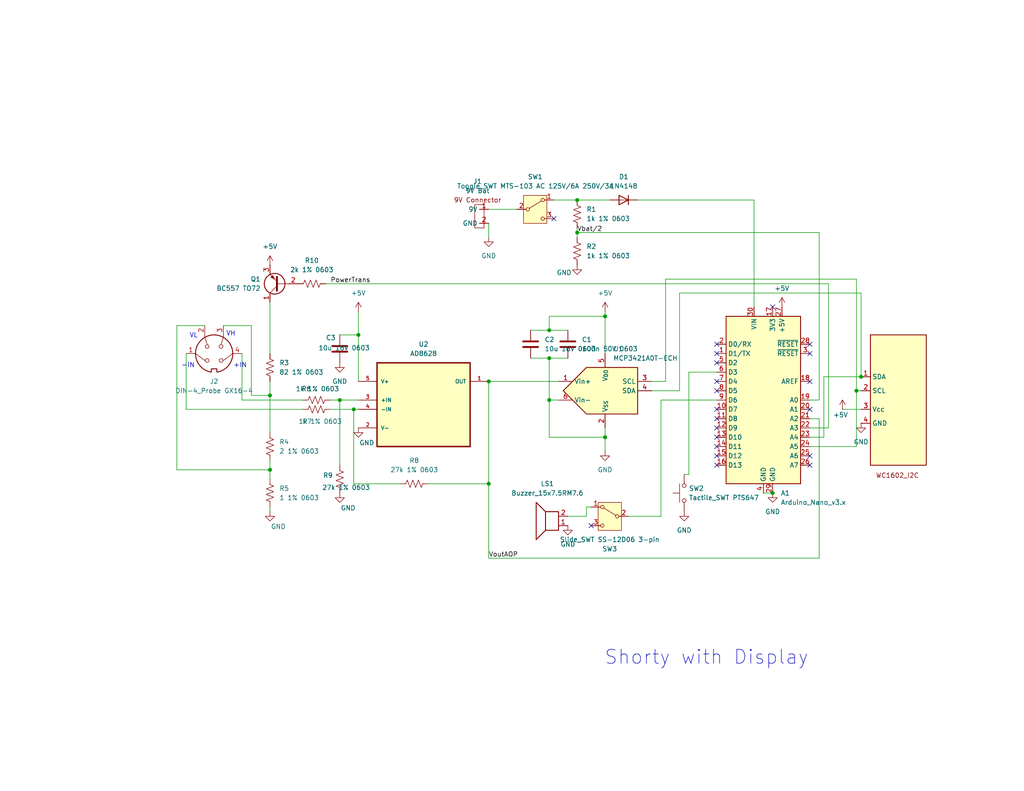
<source format=kicad_sch>
(kicad_sch
	(version 20250114)
	(generator "eeschema")
	(generator_version "9.0")
	(uuid "cd8fe400-5747-418f-9b98-eef792471a72")
	(paper "USLetter")
	(lib_symbols
		(symbol "AD8628WARTZ-RL:AD8628WARTZ-RL"
			(pin_names
				(offset 1.016)
			)
			(exclude_from_sim no)
			(in_bom yes)
			(on_board yes)
			(property "Reference" "U"
				(at -4.6228 9.7282 0)
				(effects
					(font
						(size 1.27 1.27)
					)
					(justify left bottom)
				)
			)
			(property "Value" "AD8628WARTZ-RL"
				(at -6.477 -18.542 0)
				(effects
					(font
						(size 1.27 1.27)
					)
					(justify left bottom)
				)
			)
			(property "Footprint" "AD8628WARTZ-RL:SOT95P280X145-5N"
				(at 0 0 0)
				(effects
					(font
						(size 1.27 1.27)
					)
					(justify bottom)
					(hide yes)
				)
			)
			(property "Datasheet" ""
				(at 0 0 0)
				(effects
					(font
						(size 1.27 1.27)
					)
					(hide yes)
				)
			)
			(property "Description" ""
				(at 0 0 0)
				(effects
					(font
						(size 1.27 1.27)
					)
					(hide yes)
				)
			)
			(property "MF" "Analog Devices"
				(at 0 0 0)
				(effects
					(font
						(size 1.27 1.27)
					)
					(justify bottom)
					(hide yes)
				)
			)
			(property "Description_1" "\n                        \n                            Zero-Drift, Single-Supply, Rail-to-Rail Input/Output Operational Amplifier\n                        \n"
				(at 0 0 0)
				(effects
					(font
						(size 1.27 1.27)
					)
					(justify bottom)
					(hide yes)
				)
			)
			(property "PACKAGE" "SOT-23-5"
				(at 0 0 0)
				(effects
					(font
						(size 1.27 1.27)
					)
					(justify bottom)
					(hide yes)
				)
			)
			(property "MPN" "AD8628WARTZ-RL"
				(at 0 0 0)
				(effects
					(font
						(size 1.27 1.27)
					)
					(justify bottom)
					(hide yes)
				)
			)
			(property "Price" "None"
				(at 0 0 0)
				(effects
					(font
						(size 1.27 1.27)
					)
					(justify bottom)
					(hide yes)
				)
			)
			(property "Package" "SOT-5 Analog Devices"
				(at 0 0 0)
				(effects
					(font
						(size 1.27 1.27)
					)
					(justify bottom)
					(hide yes)
				)
			)
			(property "OC_FARNELL" "-"
				(at 0 0 0)
				(effects
					(font
						(size 1.27 1.27)
					)
					(justify bottom)
					(hide yes)
				)
			)
			(property "SnapEDA_Link" "https://www.snapeda.com/parts/AD8628WARTZ-RL/Analog+Devices/view-part/?ref=snap"
				(at 0 0 0)
				(effects
					(font
						(size 1.27 1.27)
					)
					(justify bottom)
					(hide yes)
				)
			)
			(property "MP" "AD8628WARTZ-RL"
				(at 0 0 0)
				(effects
					(font
						(size 1.27 1.27)
					)
					(justify bottom)
					(hide yes)
				)
			)
			(property "SUPPLIER" "Analog Devices"
				(at 0 0 0)
				(effects
					(font
						(size 1.27 1.27)
					)
					(justify bottom)
					(hide yes)
				)
			)
			(property "OC_NEWARK" "74R6005"
				(at 0 0 0)
				(effects
					(font
						(size 1.27 1.27)
					)
					(justify bottom)
					(hide yes)
				)
			)
			(property "Availability" "In Stock"
				(at 0 0 0)
				(effects
					(font
						(size 1.27 1.27)
					)
					(justify bottom)
					(hide yes)
				)
			)
			(property "Check_prices" "https://www.snapeda.com/parts/AD8628WARTZ-RL/Analog+Devices/view-part/?ref=eda"
				(at 0 0 0)
				(effects
					(font
						(size 1.27 1.27)
					)
					(justify bottom)
					(hide yes)
				)
			)
			(symbol "AD8628WARTZ-RL_0_0"
				(rectangle
					(start -12.7 -15.24)
					(end 12.7 7.62)
					(stroke
						(width 0.4064)
						(type default)
					)
					(fill
						(type background)
					)
				)
				(pin power_in line
					(at -17.78 2.54 0)
					(length 5.08)
					(name "V+"
						(effects
							(font
								(size 1.016 1.016)
							)
						)
					)
					(number "5"
						(effects
							(font
								(size 1.016 1.016)
							)
						)
					)
				)
				(pin input line
					(at -17.78 -2.54 0)
					(length 5.08)
					(name "+IN"
						(effects
							(font
								(size 1.016 1.016)
							)
						)
					)
					(number "3"
						(effects
							(font
								(size 1.016 1.016)
							)
						)
					)
				)
				(pin input line
					(at -17.78 -5.08 0)
					(length 5.08)
					(name "-IN"
						(effects
							(font
								(size 1.016 1.016)
							)
						)
					)
					(number "4"
						(effects
							(font
								(size 1.016 1.016)
							)
						)
					)
				)
				(pin power_in line
					(at -17.78 -10.16 0)
					(length 5.08)
					(name "V-"
						(effects
							(font
								(size 1.016 1.016)
							)
						)
					)
					(number "2"
						(effects
							(font
								(size 1.016 1.016)
							)
						)
					)
				)
				(pin output line
					(at 17.78 2.54 180)
					(length 5.08)
					(name "OUT"
						(effects
							(font
								(size 1.016 1.016)
							)
						)
					)
					(number "1"
						(effects
							(font
								(size 1.016 1.016)
							)
						)
					)
				)
			)
			(embedded_fonts no)
		)
		(symbol "Analog_ADC:MCP3421A0T-ECH"
			(exclude_from_sim no)
			(in_bom yes)
			(on_board yes)
			(property "Reference" "U"
				(at -10.16 7.62 0)
				(effects
					(font
						(size 1.27 1.27)
					)
					(justify left)
				)
			)
			(property "Value" "MCP3421A0T-ECH"
				(at 2.54 7.62 0)
				(effects
					(font
						(size 1.27 1.27)
					)
					(justify left)
				)
			)
			(property "Footprint" "Package_TO_SOT_SMD:SOT-23-6"
				(at 16.51 -7.62 0)
				(effects
					(font
						(size 1.27 1.27)
						(italic yes)
					)
					(hide yes)
				)
			)
			(property "Datasheet" "http://ww1.microchip.com/downloads/en/DeviceDoc/22003e.pdf"
				(at 0 12.7 0)
				(effects
					(font
						(size 1.27 1.27)
					)
					(hide yes)
				)
			)
			(property "Description" "Single Delta-Sigma 18bit Analog to Digital Converter, I2C Interface, SOT-23-6"
				(at 0 0 0)
				(effects
					(font
						(size 1.27 1.27)
					)
					(hide yes)
				)
			)
			(property "ki_keywords" "Sigma-Delta ADC Converter 18bit I2C 1ch"
				(at 0 0 0)
				(effects
					(font
						(size 1.27 1.27)
					)
					(hide yes)
				)
			)
			(property "ki_fp_filters" "SOT?23* SOT?23*"
				(at 0 0 0)
				(effects
					(font
						(size 1.27 1.27)
					)
					(hide yes)
				)
			)
			(symbol "MCP3421A0T-ECH_0_1"
				(polyline
					(pts
						(xy -5.08 6.35) (xy 8.89 6.35) (xy 8.89 0) (xy 8.89 -6.35) (xy -5.08 -6.35) (xy -11.43 0) (xy -5.08 6.35)
					)
					(stroke
						(width 0.254)
						(type default)
					)
					(fill
						(type background)
					)
				)
			)
			(symbol "MCP3421A0T-ECH_1_1"
				(pin passive line
					(at -12.7 2.54 0)
					(length 3.81)
					(name "Vin+"
						(effects
							(font
								(size 1.27 1.27)
							)
						)
					)
					(number "1"
						(effects
							(font
								(size 1.27 1.27)
							)
						)
					)
				)
				(pin passive line
					(at -12.7 -2.54 0)
					(length 3.81)
					(name "Vin-"
						(effects
							(font
								(size 1.27 1.27)
							)
						)
					)
					(number "6"
						(effects
							(font
								(size 1.27 1.27)
							)
						)
					)
				)
				(pin power_in line
					(at 0 10.16 270)
					(length 3.81)
					(name "V_{DD}"
						(effects
							(font
								(size 1.27 1.27)
							)
						)
					)
					(number "5"
						(effects
							(font
								(size 1.27 1.27)
							)
						)
					)
				)
				(pin power_in line
					(at 0 -10.16 90)
					(length 3.81)
					(name "V_{SS}"
						(effects
							(font
								(size 1.27 1.27)
							)
						)
					)
					(number "2"
						(effects
							(font
								(size 1.27 1.27)
							)
						)
					)
				)
				(pin input line
					(at 12.7 2.54 180)
					(length 3.81)
					(name "SCL"
						(effects
							(font
								(size 1.27 1.27)
							)
						)
					)
					(number "3"
						(effects
							(font
								(size 1.27 1.27)
							)
						)
					)
				)
				(pin bidirectional line
					(at 12.7 0 180)
					(length 3.81)
					(name "SDA"
						(effects
							(font
								(size 1.27 1.27)
							)
						)
					)
					(number "4"
						(effects
							(font
								(size 1.27 1.27)
							)
						)
					)
				)
			)
			(embedded_fonts no)
		)
		(symbol "Device:C"
			(pin_numbers
				(hide yes)
			)
			(pin_names
				(offset 0.254)
			)
			(exclude_from_sim no)
			(in_bom yes)
			(on_board yes)
			(property "Reference" "C"
				(at 0.635 2.54 0)
				(effects
					(font
						(size 1.27 1.27)
					)
					(justify left)
				)
			)
			(property "Value" "C"
				(at 0.635 -2.54 0)
				(effects
					(font
						(size 1.27 1.27)
					)
					(justify left)
				)
			)
			(property "Footprint" ""
				(at 0.9652 -3.81 0)
				(effects
					(font
						(size 1.27 1.27)
					)
					(hide yes)
				)
			)
			(property "Datasheet" "~"
				(at 0 0 0)
				(effects
					(font
						(size 1.27 1.27)
					)
					(hide yes)
				)
			)
			(property "Description" "Unpolarized capacitor"
				(at 0 0 0)
				(effects
					(font
						(size 1.27 1.27)
					)
					(hide yes)
				)
			)
			(property "ki_keywords" "cap capacitor"
				(at 0 0 0)
				(effects
					(font
						(size 1.27 1.27)
					)
					(hide yes)
				)
			)
			(property "ki_fp_filters" "C_*"
				(at 0 0 0)
				(effects
					(font
						(size 1.27 1.27)
					)
					(hide yes)
				)
			)
			(symbol "C_0_1"
				(polyline
					(pts
						(xy -2.032 0.762) (xy 2.032 0.762)
					)
					(stroke
						(width 0.508)
						(type default)
					)
					(fill
						(type none)
					)
				)
				(polyline
					(pts
						(xy -2.032 -0.762) (xy 2.032 -0.762)
					)
					(stroke
						(width 0.508)
						(type default)
					)
					(fill
						(type none)
					)
				)
			)
			(symbol "C_1_1"
				(pin passive line
					(at 0 3.81 270)
					(length 2.794)
					(name "~"
						(effects
							(font
								(size 1.27 1.27)
							)
						)
					)
					(number "1"
						(effects
							(font
								(size 1.27 1.27)
							)
						)
					)
				)
				(pin passive line
					(at 0 -3.81 90)
					(length 2.794)
					(name "~"
						(effects
							(font
								(size 1.27 1.27)
							)
						)
					)
					(number "2"
						(effects
							(font
								(size 1.27 1.27)
							)
						)
					)
				)
			)
			(embedded_fonts no)
		)
		(symbol "Device:R_US"
			(pin_numbers
				(hide yes)
			)
			(pin_names
				(offset 0)
			)
			(exclude_from_sim no)
			(in_bom yes)
			(on_board yes)
			(property "Reference" "R"
				(at 2.54 0 90)
				(effects
					(font
						(size 1.27 1.27)
					)
				)
			)
			(property "Value" "R_US"
				(at -2.54 0 90)
				(effects
					(font
						(size 1.27 1.27)
					)
				)
			)
			(property "Footprint" ""
				(at 1.016 -0.254 90)
				(effects
					(font
						(size 1.27 1.27)
					)
					(hide yes)
				)
			)
			(property "Datasheet" "~"
				(at 0 0 0)
				(effects
					(font
						(size 1.27 1.27)
					)
					(hide yes)
				)
			)
			(property "Description" "Resistor, US symbol"
				(at 0 0 0)
				(effects
					(font
						(size 1.27 1.27)
					)
					(hide yes)
				)
			)
			(property "ki_keywords" "R res resistor"
				(at 0 0 0)
				(effects
					(font
						(size 1.27 1.27)
					)
					(hide yes)
				)
			)
			(property "ki_fp_filters" "R_*"
				(at 0 0 0)
				(effects
					(font
						(size 1.27 1.27)
					)
					(hide yes)
				)
			)
			(symbol "R_US_0_1"
				(polyline
					(pts
						(xy 0 2.286) (xy 0 2.54)
					)
					(stroke
						(width 0)
						(type default)
					)
					(fill
						(type none)
					)
				)
				(polyline
					(pts
						(xy 0 2.286) (xy 1.016 1.905) (xy 0 1.524) (xy -1.016 1.143) (xy 0 0.762)
					)
					(stroke
						(width 0)
						(type default)
					)
					(fill
						(type none)
					)
				)
				(polyline
					(pts
						(xy 0 0.762) (xy 1.016 0.381) (xy 0 0) (xy -1.016 -0.381) (xy 0 -0.762)
					)
					(stroke
						(width 0)
						(type default)
					)
					(fill
						(type none)
					)
				)
				(polyline
					(pts
						(xy 0 -0.762) (xy 1.016 -1.143) (xy 0 -1.524) (xy -1.016 -1.905) (xy 0 -2.286)
					)
					(stroke
						(width 0)
						(type default)
					)
					(fill
						(type none)
					)
				)
				(polyline
					(pts
						(xy 0 -2.286) (xy 0 -2.54)
					)
					(stroke
						(width 0)
						(type default)
					)
					(fill
						(type none)
					)
				)
			)
			(symbol "R_US_1_1"
				(pin passive line
					(at 0 3.81 270)
					(length 1.27)
					(name "~"
						(effects
							(font
								(size 1.27 1.27)
							)
						)
					)
					(number "1"
						(effects
							(font
								(size 1.27 1.27)
							)
						)
					)
				)
				(pin passive line
					(at 0 -3.81 90)
					(length 1.27)
					(name "~"
						(effects
							(font
								(size 1.27 1.27)
							)
						)
					)
					(number "2"
						(effects
							(font
								(size 1.27 1.27)
							)
						)
					)
				)
			)
			(embedded_fonts no)
		)
		(symbol "Device:Speaker"
			(pin_names
				(offset 0)
				(hide yes)
			)
			(exclude_from_sim no)
			(in_bom yes)
			(on_board yes)
			(property "Reference" "LS"
				(at 1.27 5.715 0)
				(effects
					(font
						(size 1.27 1.27)
					)
					(justify right)
				)
			)
			(property "Value" "Speaker"
				(at 1.27 3.81 0)
				(effects
					(font
						(size 1.27 1.27)
					)
					(justify right)
				)
			)
			(property "Footprint" ""
				(at 0 -5.08 0)
				(effects
					(font
						(size 1.27 1.27)
					)
					(hide yes)
				)
			)
			(property "Datasheet" "~"
				(at -0.254 -1.27 0)
				(effects
					(font
						(size 1.27 1.27)
					)
					(hide yes)
				)
			)
			(property "Description" "Speaker"
				(at 0 0 0)
				(effects
					(font
						(size 1.27 1.27)
					)
					(hide yes)
				)
			)
			(property "ki_keywords" "speaker sound"
				(at 0 0 0)
				(effects
					(font
						(size 1.27 1.27)
					)
					(hide yes)
				)
			)
			(symbol "Speaker_0_0"
				(rectangle
					(start -2.54 1.27)
					(end 1.016 -3.81)
					(stroke
						(width 0.254)
						(type default)
					)
					(fill
						(type none)
					)
				)
				(polyline
					(pts
						(xy 1.016 1.27) (xy 3.556 3.81) (xy 3.556 -6.35) (xy 1.016 -3.81)
					)
					(stroke
						(width 0.254)
						(type default)
					)
					(fill
						(type none)
					)
				)
			)
			(symbol "Speaker_1_1"
				(pin input line
					(at -5.08 0 0)
					(length 2.54)
					(name "1"
						(effects
							(font
								(size 1.27 1.27)
							)
						)
					)
					(number "1"
						(effects
							(font
								(size 1.27 1.27)
							)
						)
					)
				)
				(pin input line
					(at -5.08 -2.54 0)
					(length 2.54)
					(name "2"
						(effects
							(font
								(size 1.27 1.27)
							)
						)
					)
					(number "2"
						(effects
							(font
								(size 1.27 1.27)
							)
						)
					)
				)
			)
			(embedded_fonts no)
		)
		(symbol "Diode:1N4148"
			(pin_numbers
				(hide yes)
			)
			(pin_names
				(hide yes)
			)
			(exclude_from_sim no)
			(in_bom yes)
			(on_board yes)
			(property "Reference" "D"
				(at 0 2.54 0)
				(effects
					(font
						(size 1.27 1.27)
					)
				)
			)
			(property "Value" "1N4148"
				(at 0 -2.54 0)
				(effects
					(font
						(size 1.27 1.27)
					)
				)
			)
			(property "Footprint" "Diode_THT:D_DO-35_SOD27_P7.62mm_Horizontal"
				(at 0 0 0)
				(effects
					(font
						(size 1.27 1.27)
					)
					(hide yes)
				)
			)
			(property "Datasheet" "https://assets.nexperia.com/documents/data-sheet/1N4148_1N4448.pdf"
				(at 0 0 0)
				(effects
					(font
						(size 1.27 1.27)
					)
					(hide yes)
				)
			)
			(property "Description" "100V 0.15A standard switching diode, DO-35"
				(at 0 0 0)
				(effects
					(font
						(size 1.27 1.27)
					)
					(hide yes)
				)
			)
			(property "Sim.Device" "D"
				(at 0 0 0)
				(effects
					(font
						(size 1.27 1.27)
					)
					(hide yes)
				)
			)
			(property "Sim.Pins" "1=K 2=A"
				(at 0 0 0)
				(effects
					(font
						(size 1.27 1.27)
					)
					(hide yes)
				)
			)
			(property "ki_keywords" "diode"
				(at 0 0 0)
				(effects
					(font
						(size 1.27 1.27)
					)
					(hide yes)
				)
			)
			(property "ki_fp_filters" "D*DO?35*"
				(at 0 0 0)
				(effects
					(font
						(size 1.27 1.27)
					)
					(hide yes)
				)
			)
			(symbol "1N4148_0_1"
				(polyline
					(pts
						(xy -1.27 1.27) (xy -1.27 -1.27)
					)
					(stroke
						(width 0.254)
						(type default)
					)
					(fill
						(type none)
					)
				)
				(polyline
					(pts
						(xy 1.27 1.27) (xy 1.27 -1.27) (xy -1.27 0) (xy 1.27 1.27)
					)
					(stroke
						(width 0.254)
						(type default)
					)
					(fill
						(type none)
					)
				)
				(polyline
					(pts
						(xy 1.27 0) (xy -1.27 0)
					)
					(stroke
						(width 0)
						(type default)
					)
					(fill
						(type none)
					)
				)
			)
			(symbol "1N4148_1_1"
				(pin passive line
					(at -3.81 0 0)
					(length 2.54)
					(name "K"
						(effects
							(font
								(size 1.27 1.27)
							)
						)
					)
					(number "1"
						(effects
							(font
								(size 1.27 1.27)
							)
						)
					)
				)
				(pin passive line
					(at 3.81 0 180)
					(length 2.54)
					(name "A"
						(effects
							(font
								(size 1.27 1.27)
							)
						)
					)
					(number "2"
						(effects
							(font
								(size 1.27 1.27)
							)
						)
					)
				)
			)
			(embedded_fonts no)
		)
		(symbol "MCU_Module:Arduino_Nano_v3.x"
			(exclude_from_sim no)
			(in_bom yes)
			(on_board yes)
			(property "Reference" "A"
				(at -10.16 23.495 0)
				(effects
					(font
						(size 1.27 1.27)
					)
					(justify left bottom)
				)
			)
			(property "Value" "Arduino_Nano_v3.x"
				(at 5.08 -24.13 0)
				(effects
					(font
						(size 1.27 1.27)
					)
					(justify left top)
				)
			)
			(property "Footprint" "Module:Arduino_Nano"
				(at 0 0 0)
				(effects
					(font
						(size 1.27 1.27)
						(italic yes)
					)
					(hide yes)
				)
			)
			(property "Datasheet" "http://www.mouser.com/pdfdocs/Gravitech_Arduino_Nano3_0.pdf"
				(at 0 0 0)
				(effects
					(font
						(size 1.27 1.27)
					)
					(hide yes)
				)
			)
			(property "Description" "Arduino Nano v3.x"
				(at 0 0 0)
				(effects
					(font
						(size 1.27 1.27)
					)
					(hide yes)
				)
			)
			(property "ki_keywords" "Arduino nano microcontroller module USB"
				(at 0 0 0)
				(effects
					(font
						(size 1.27 1.27)
					)
					(hide yes)
				)
			)
			(property "ki_fp_filters" "Arduino*Nano*"
				(at 0 0 0)
				(effects
					(font
						(size 1.27 1.27)
					)
					(hide yes)
				)
			)
			(symbol "Arduino_Nano_v3.x_0_1"
				(rectangle
					(start -10.16 22.86)
					(end 10.16 -22.86)
					(stroke
						(width 0.254)
						(type default)
					)
					(fill
						(type background)
					)
				)
			)
			(symbol "Arduino_Nano_v3.x_1_1"
				(pin bidirectional line
					(at -12.7 15.24 0)
					(length 2.54)
					(name "D0/RX"
						(effects
							(font
								(size 1.27 1.27)
							)
						)
					)
					(number "2"
						(effects
							(font
								(size 1.27 1.27)
							)
						)
					)
				)
				(pin bidirectional line
					(at -12.7 12.7 0)
					(length 2.54)
					(name "D1/TX"
						(effects
							(font
								(size 1.27 1.27)
							)
						)
					)
					(number "1"
						(effects
							(font
								(size 1.27 1.27)
							)
						)
					)
				)
				(pin bidirectional line
					(at -12.7 10.16 0)
					(length 2.54)
					(name "D2"
						(effects
							(font
								(size 1.27 1.27)
							)
						)
					)
					(number "5"
						(effects
							(font
								(size 1.27 1.27)
							)
						)
					)
				)
				(pin bidirectional line
					(at -12.7 7.62 0)
					(length 2.54)
					(name "D3"
						(effects
							(font
								(size 1.27 1.27)
							)
						)
					)
					(number "6"
						(effects
							(font
								(size 1.27 1.27)
							)
						)
					)
				)
				(pin bidirectional line
					(at -12.7 5.08 0)
					(length 2.54)
					(name "D4"
						(effects
							(font
								(size 1.27 1.27)
							)
						)
					)
					(number "7"
						(effects
							(font
								(size 1.27 1.27)
							)
						)
					)
				)
				(pin bidirectional line
					(at -12.7 2.54 0)
					(length 2.54)
					(name "D5"
						(effects
							(font
								(size 1.27 1.27)
							)
						)
					)
					(number "8"
						(effects
							(font
								(size 1.27 1.27)
							)
						)
					)
				)
				(pin bidirectional line
					(at -12.7 0 0)
					(length 2.54)
					(name "D6"
						(effects
							(font
								(size 1.27 1.27)
							)
						)
					)
					(number "9"
						(effects
							(font
								(size 1.27 1.27)
							)
						)
					)
				)
				(pin bidirectional line
					(at -12.7 -2.54 0)
					(length 2.54)
					(name "D7"
						(effects
							(font
								(size 1.27 1.27)
							)
						)
					)
					(number "10"
						(effects
							(font
								(size 1.27 1.27)
							)
						)
					)
				)
				(pin bidirectional line
					(at -12.7 -5.08 0)
					(length 2.54)
					(name "D8"
						(effects
							(font
								(size 1.27 1.27)
							)
						)
					)
					(number "11"
						(effects
							(font
								(size 1.27 1.27)
							)
						)
					)
				)
				(pin bidirectional line
					(at -12.7 -7.62 0)
					(length 2.54)
					(name "D9"
						(effects
							(font
								(size 1.27 1.27)
							)
						)
					)
					(number "12"
						(effects
							(font
								(size 1.27 1.27)
							)
						)
					)
				)
				(pin bidirectional line
					(at -12.7 -10.16 0)
					(length 2.54)
					(name "D10"
						(effects
							(font
								(size 1.27 1.27)
							)
						)
					)
					(number "13"
						(effects
							(font
								(size 1.27 1.27)
							)
						)
					)
				)
				(pin bidirectional line
					(at -12.7 -12.7 0)
					(length 2.54)
					(name "D11"
						(effects
							(font
								(size 1.27 1.27)
							)
						)
					)
					(number "14"
						(effects
							(font
								(size 1.27 1.27)
							)
						)
					)
				)
				(pin bidirectional line
					(at -12.7 -15.24 0)
					(length 2.54)
					(name "D12"
						(effects
							(font
								(size 1.27 1.27)
							)
						)
					)
					(number "15"
						(effects
							(font
								(size 1.27 1.27)
							)
						)
					)
				)
				(pin bidirectional line
					(at -12.7 -17.78 0)
					(length 2.54)
					(name "D13"
						(effects
							(font
								(size 1.27 1.27)
							)
						)
					)
					(number "16"
						(effects
							(font
								(size 1.27 1.27)
							)
						)
					)
				)
				(pin power_in line
					(at -2.54 25.4 270)
					(length 2.54)
					(name "VIN"
						(effects
							(font
								(size 1.27 1.27)
							)
						)
					)
					(number "30"
						(effects
							(font
								(size 1.27 1.27)
							)
						)
					)
				)
				(pin power_in line
					(at 0 -25.4 90)
					(length 2.54)
					(name "GND"
						(effects
							(font
								(size 1.27 1.27)
							)
						)
					)
					(number "4"
						(effects
							(font
								(size 1.27 1.27)
							)
						)
					)
				)
				(pin power_out line
					(at 2.54 25.4 270)
					(length 2.54)
					(name "3V3"
						(effects
							(font
								(size 1.27 1.27)
							)
						)
					)
					(number "17"
						(effects
							(font
								(size 1.27 1.27)
							)
						)
					)
				)
				(pin power_in line
					(at 2.54 -25.4 90)
					(length 2.54)
					(name "GND"
						(effects
							(font
								(size 1.27 1.27)
							)
						)
					)
					(number "29"
						(effects
							(font
								(size 1.27 1.27)
							)
						)
					)
				)
				(pin power_out line
					(at 5.08 25.4 270)
					(length 2.54)
					(name "+5V"
						(effects
							(font
								(size 1.27 1.27)
							)
						)
					)
					(number "27"
						(effects
							(font
								(size 1.27 1.27)
							)
						)
					)
				)
				(pin input line
					(at 12.7 15.24 180)
					(length 2.54)
					(name "~{RESET}"
						(effects
							(font
								(size 1.27 1.27)
							)
						)
					)
					(number "28"
						(effects
							(font
								(size 1.27 1.27)
							)
						)
					)
				)
				(pin input line
					(at 12.7 12.7 180)
					(length 2.54)
					(name "~{RESET}"
						(effects
							(font
								(size 1.27 1.27)
							)
						)
					)
					(number "3"
						(effects
							(font
								(size 1.27 1.27)
							)
						)
					)
				)
				(pin input line
					(at 12.7 5.08 180)
					(length 2.54)
					(name "AREF"
						(effects
							(font
								(size 1.27 1.27)
							)
						)
					)
					(number "18"
						(effects
							(font
								(size 1.27 1.27)
							)
						)
					)
				)
				(pin bidirectional line
					(at 12.7 0 180)
					(length 2.54)
					(name "A0"
						(effects
							(font
								(size 1.27 1.27)
							)
						)
					)
					(number "19"
						(effects
							(font
								(size 1.27 1.27)
							)
						)
					)
				)
				(pin bidirectional line
					(at 12.7 -2.54 180)
					(length 2.54)
					(name "A1"
						(effects
							(font
								(size 1.27 1.27)
							)
						)
					)
					(number "20"
						(effects
							(font
								(size 1.27 1.27)
							)
						)
					)
				)
				(pin bidirectional line
					(at 12.7 -5.08 180)
					(length 2.54)
					(name "A2"
						(effects
							(font
								(size 1.27 1.27)
							)
						)
					)
					(number "21"
						(effects
							(font
								(size 1.27 1.27)
							)
						)
					)
				)
				(pin bidirectional line
					(at 12.7 -7.62 180)
					(length 2.54)
					(name "A3"
						(effects
							(font
								(size 1.27 1.27)
							)
						)
					)
					(number "22"
						(effects
							(font
								(size 1.27 1.27)
							)
						)
					)
				)
				(pin bidirectional line
					(at 12.7 -10.16 180)
					(length 2.54)
					(name "A4"
						(effects
							(font
								(size 1.27 1.27)
							)
						)
					)
					(number "23"
						(effects
							(font
								(size 1.27 1.27)
							)
						)
					)
				)
				(pin bidirectional line
					(at 12.7 -12.7 180)
					(length 2.54)
					(name "A5"
						(effects
							(font
								(size 1.27 1.27)
							)
						)
					)
					(number "24"
						(effects
							(font
								(size 1.27 1.27)
							)
						)
					)
				)
				(pin bidirectional line
					(at 12.7 -15.24 180)
					(length 2.54)
					(name "A6"
						(effects
							(font
								(size 1.27 1.27)
							)
						)
					)
					(number "25"
						(effects
							(font
								(size 1.27 1.27)
							)
						)
					)
				)
				(pin bidirectional line
					(at 12.7 -17.78 180)
					(length 2.54)
					(name "A7"
						(effects
							(font
								(size 1.27 1.27)
							)
						)
					)
					(number "26"
						(effects
							(font
								(size 1.27 1.27)
							)
						)
					)
				)
			)
			(embedded_fonts no)
		)
		(symbol "MyLibrary:9V_Connector"
			(exclude_from_sim no)
			(in_bom yes)
			(on_board yes)
			(property "Reference" "J"
				(at -1.27 -1.27 0)
				(effects
					(font
						(size 1.27 1.27)
					)
				)
			)
			(property "Value" ""
				(at 0 0 0)
				(effects
					(font
						(size 1.27 1.27)
					)
				)
			)
			(property "Footprint" ""
				(at 0 0 0)
				(effects
					(font
						(size 1.27 1.27)
					)
					(hide yes)
				)
			)
			(property "Datasheet" ""
				(at 0 0 0)
				(effects
					(font
						(size 1.27 1.27)
					)
					(hide yes)
				)
			)
			(property "Description" ""
				(at 0 0 0)
				(effects
					(font
						(size 1.27 1.27)
					)
					(hide yes)
				)
			)
			(symbol "9V_Connector_0_1"
				(rectangle
					(start -2.54 6.35)
					(end 0 0)
					(stroke
						(width 0)
						(type default)
					)
					(fill
						(type none)
					)
				)
			)
			(symbol "9V_Connector_1_1"
				(text "9V Connector"
					(at -1.778 7.62 0)
					(effects
						(font
							(size 1.27 1.27)
						)
					)
				)
				(pin input line
					(at 1.27 5.08 180)
					(length 2.54)
					(name "9V"
						(effects
							(font
								(size 1.27 1.27)
							)
						)
					)
					(number "1"
						(effects
							(font
								(size 1.27 1.27)
							)
						)
					)
				)
				(pin input line
					(at 1.27 1.27 180)
					(length 2.54)
					(name "GND"
						(effects
							(font
								(size 1.27 1.27)
							)
						)
					)
					(number "2"
						(effects
							(font
								(size 1.27 1.27)
							)
						)
					)
				)
			)
			(embedded_fonts no)
		)
		(symbol "MyLibrary:DIN-4_Probe"
			(pin_names
				(offset 1.016)
			)
			(exclude_from_sim no)
			(in_bom yes)
			(on_board yes)
			(property "Reference" "J"
				(at 5.334 5.08 0)
				(effects
					(font
						(size 1.27 1.27)
					)
				)
			)
			(property "Value" "DIN-4_Probe"
				(at 0 -6.35 0)
				(effects
					(font
						(size 1.27 1.27)
					)
				)
			)
			(property "Footprint" ""
				(at 0 0 0)
				(effects
					(font
						(size 1.27 1.27)
					)
					(hide yes)
				)
			)
			(property "Datasheet" "http://www.mouser.com/ds/2/18/40_c091_abd_e-75918.pdf"
				(at 0 0 0)
				(effects
					(font
						(size 1.27 1.27)
					)
					(hide yes)
				)
			)
			(property "Description" "4-pin DIN connector"
				(at 0 0 0)
				(effects
					(font
						(size 1.27 1.27)
					)
					(hide yes)
				)
			)
			(property "ki_keywords" "circular DIN connector"
				(at 0 0 0)
				(effects
					(font
						(size 1.27 1.27)
					)
					(hide yes)
				)
			)
			(property "ki_fp_filters" "DIN*"
				(at 0 0 0)
				(effects
					(font
						(size 1.27 1.27)
					)
					(hide yes)
				)
			)
			(symbol "DIN-4_Probe_0_1"
				(polyline
					(pts
						(xy -5.08 0) (xy -2.54 -1.905)
					)
					(stroke
						(width 0)
						(type default)
					)
					(fill
						(type none)
					)
				)
				(polyline
					(pts
						(xy -2.54 5.08) (xy -2.54 4.445) (xy -1.905 2.54)
					)
					(stroke
						(width 0)
						(type default)
					)
					(fill
						(type none)
					)
				)
				(circle
					(center -1.905 1.905)
					(radius 0.508)
					(stroke
						(width 0)
						(type default)
					)
					(fill
						(type none)
					)
				)
				(circle
					(center -1.905 -1.905)
					(radius 0.508)
					(stroke
						(width 0)
						(type default)
					)
					(fill
						(type none)
					)
				)
				(polyline
					(pts
						(xy -0.762 -4.953) (xy -0.762 -4.191) (xy 0.762 -4.191) (xy 0.762 -4.953)
					)
					(stroke
						(width 0.254)
						(type default)
					)
					(fill
						(type none)
					)
				)
				(arc
					(start 5.08 0)
					(mid 3.8673 -3.3444)
					(end 0.762 -5.08)
					(stroke
						(width 0.254)
						(type default)
					)
					(fill
						(type none)
					)
				)
				(arc
					(start -5.08 0)
					(mid 0 5.0579)
					(end 5.08 0)
					(stroke
						(width 0.254)
						(type default)
					)
					(fill
						(type none)
					)
				)
				(arc
					(start -0.762 -5.08)
					(mid -3.8597 -3.3379)
					(end -5.08 0)
					(stroke
						(width 0.254)
						(type default)
					)
					(fill
						(type none)
					)
				)
				(circle
					(center 1.905 1.905)
					(radius 0.508)
					(stroke
						(width 0)
						(type default)
					)
					(fill
						(type none)
					)
				)
				(circle
					(center 1.905 -1.905)
					(radius 0.508)
					(stroke
						(width 0)
						(type default)
					)
					(fill
						(type none)
					)
				)
				(polyline
					(pts
						(xy 2.54 5.08) (xy 2.54 4.445) (xy 1.905 2.54)
					)
					(stroke
						(width 0)
						(type default)
					)
					(fill
						(type none)
					)
				)
				(polyline
					(pts
						(xy 5.08 0) (xy 2.54 -1.905)
					)
					(stroke
						(width 0)
						(type default)
					)
					(fill
						(type none)
					)
				)
			)
			(symbol "DIN-4_Probe_1_1"
				(pin passive line
					(at -7.62 0 0)
					(length 2.54)
					(name "~"
						(effects
							(font
								(size 1.27 1.27)
							)
						)
					)
					(number "1"
						(effects
							(font
								(size 1.27 1.27)
							)
						)
					)
				)
				(pin passive line
					(at -2.54 7.62 270)
					(length 2.54)
					(name "~"
						(effects
							(font
								(size 1.27 1.27)
							)
						)
					)
					(number "2"
						(effects
							(font
								(size 1.27 1.27)
							)
						)
					)
				)
				(pin passive line
					(at 2.54 7.62 270)
					(length 2.54)
					(name "~"
						(effects
							(font
								(size 1.27 1.27)
							)
						)
					)
					(number "3"
						(effects
							(font
								(size 1.27 1.27)
							)
						)
					)
				)
				(pin passive line
					(at 7.62 0 180)
					(length 2.54)
					(name "~"
						(effects
							(font
								(size 1.27 1.27)
							)
						)
					)
					(number "4"
						(effects
							(font
								(size 1.27 1.27)
							)
						)
					)
				)
			)
			(embedded_fonts no)
		)
		(symbol "MyLibrary:WC1602_I2C"
			(exclude_from_sim no)
			(in_bom yes)
			(on_board yes)
			(property "Reference" "DS"
				(at -5.842 19.05 0)
				(effects
					(font
						(size 1.27 1.27)
					)
					(hide yes)
				)
			)
			(property "Value" "WC1602_I2C"
				(at 5.334 19.05 0)
				(effects
					(font
						(size 1.27 1.27)
					)
					(hide yes)
				)
			)
			(property "Footprint" ""
				(at 0 -22.86 0)
				(effects
					(font
						(size 1.27 1.27)
						(italic yes)
					)
					(hide yes)
				)
			)
			(property "Datasheet" ""
				(at 17.78 0 0)
				(effects
					(font
						(size 1.27 1.27)
					)
					(hide yes)
				)
			)
			(property "Description" "LCD 16x2 Alphanumeric , 8 bit parallel bus, 5V VDD"
				(at 1.778 -20.574 0)
				(effects
					(font
						(size 1.27 1.27)
					)
					(hide yes)
				)
			)
			(property "ki_keywords" "display LCD dot-matrix"
				(at 0 0 0)
				(effects
					(font
						(size 1.27 1.27)
					)
					(hide yes)
				)
			)
			(property "ki_fp_filters" "*WC*1602A*"
				(at 0 0 0)
				(effects
					(font
						(size 1.27 1.27)
					)
					(hide yes)
				)
			)
			(symbol "WC1602_I2C_1_1"
				(rectangle
					(start -7.62 17.78)
					(end 7.62 -17.78)
					(stroke
						(width 0.254)
						(type default)
					)
					(fill
						(type background)
					)
				)
				(text "WC1602_I2C"
					(at -0.254 -20.574 0)
					(effects
						(font
							(size 1.27 1.27)
						)
					)
				)
				(pin bidirectional line
					(at -10.16 6.35 0)
					(length 2.54)
					(name "SDA"
						(effects
							(font
								(size 1.27 1.27)
							)
						)
					)
					(number "1"
						(effects
							(font
								(size 1.27 1.27)
							)
						)
					)
				)
				(pin bidirectional line
					(at -10.16 2.54 0)
					(length 2.54)
					(name "SCL"
						(effects
							(font
								(size 1.27 1.27)
							)
						)
					)
					(number "2"
						(effects
							(font
								(size 1.27 1.27)
							)
						)
					)
				)
				(pin input line
					(at -10.16 -2.54 0)
					(length 2.54)
					(name "Vcc"
						(effects
							(font
								(size 1.27 1.27)
							)
						)
					)
					(number "3"
						(effects
							(font
								(size 1.27 1.27)
							)
						)
					)
				)
				(pin input line
					(at -10.16 -6.35 0)
					(length 2.54)
					(name "GND"
						(effects
							(font
								(size 1.27 1.27)
							)
						)
					)
					(number "4"
						(effects
							(font
								(size 1.27 1.27)
							)
						)
					)
				)
			)
			(embedded_fonts no)
		)
		(symbol "SW_SPDT_1"
			(pin_names
				(offset 0)
				(hide yes)
			)
			(exclude_from_sim no)
			(in_bom yes)
			(on_board yes)
			(property "Reference" "SW1"
				(at 0 8.89 0)
				(effects
					(font
						(size 1.27 1.27)
					)
				)
			)
			(property "Value" "PWR"
				(at 0 6.35 0)
				(effects
					(font
						(size 1.27 1.27)
					)
				)
			)
			(property "Footprint" "Connector_PinSocket_2.54mm:PinSocket_1x02_P2.54mm_Vertical"
				(at 0 0 0)
				(effects
					(font
						(size 1.27 1.27)
					)
					(hide yes)
				)
			)
			(property "Datasheet" "~"
				(at 0 -7.62 0)
				(effects
					(font
						(size 1.27 1.27)
					)
					(hide yes)
				)
			)
			(property "Description" "Switch, single pole double throw"
				(at 0 0 0)
				(effects
					(font
						(size 1.27 1.27)
					)
					(hide yes)
				)
			)
			(property "ki_keywords" "switch single-pole double-throw spdt ON-ON"
				(at 0 0 0)
				(effects
					(font
						(size 1.27 1.27)
					)
					(hide yes)
				)
			)
			(symbol "SW_SPDT_1_0_1"
				(circle
					(center -2.032 0)
					(radius 0.4572)
					(stroke
						(width 0)
						(type default)
					)
					(fill
						(type none)
					)
				)
				(polyline
					(pts
						(xy -1.651 0.254) (xy 1.651 2.286)
					)
					(stroke
						(width 0)
						(type default)
					)
					(fill
						(type none)
					)
				)
				(circle
					(center 2.032 2.54)
					(radius 0.4572)
					(stroke
						(width 0)
						(type default)
					)
					(fill
						(type none)
					)
				)
				(circle
					(center 2.032 -2.54)
					(radius 0.4572)
					(stroke
						(width 0)
						(type default)
					)
					(fill
						(type none)
					)
				)
			)
			(symbol "SW_SPDT_1_1_1"
				(rectangle
					(start -3.175 3.81)
					(end 3.175 -3.81)
					(stroke
						(width 0)
						(type default)
					)
					(fill
						(type background)
					)
				)
				(pin passive line
					(at -5.08 0 0)
					(length 2.54)
					(name "B"
						(effects
							(font
								(size 1.27 1.27)
							)
						)
					)
					(number "2"
						(effects
							(font
								(size 1.27 1.27)
							)
						)
					)
				)
				(pin passive line
					(at 5.08 2.54 180)
					(length 2.54)
					(name "A"
						(effects
							(font
								(size 1.27 1.27)
							)
						)
					)
					(number "1"
						(effects
							(font
								(size 1.27 1.27)
							)
						)
					)
				)
				(pin passive line
					(at 5.08 -2.54 180)
					(length 2.54)
					(name "3"
						(effects
							(font
								(size 1.27 1.27)
							)
						)
					)
					(number "3"
						(effects
							(font
								(size 1.27 1.27)
							)
						)
					)
				)
			)
			(embedded_fonts no)
		)
		(symbol "Switch:SW_Push"
			(pin_numbers
				(hide yes)
			)
			(pin_names
				(offset 1.016)
				(hide yes)
			)
			(exclude_from_sim no)
			(in_bom yes)
			(on_board yes)
			(property "Reference" "SW"
				(at 1.27 2.54 0)
				(effects
					(font
						(size 1.27 1.27)
					)
					(justify left)
				)
			)
			(property "Value" "SW_Push"
				(at 0 -1.524 0)
				(effects
					(font
						(size 1.27 1.27)
					)
				)
			)
			(property "Footprint" ""
				(at 0 5.08 0)
				(effects
					(font
						(size 1.27 1.27)
					)
					(hide yes)
				)
			)
			(property "Datasheet" "~"
				(at 0 5.08 0)
				(effects
					(font
						(size 1.27 1.27)
					)
					(hide yes)
				)
			)
			(property "Description" "Push button switch, generic, two pins"
				(at 0 0 0)
				(effects
					(font
						(size 1.27 1.27)
					)
					(hide yes)
				)
			)
			(property "ki_keywords" "switch normally-open pushbutton push-button"
				(at 0 0 0)
				(effects
					(font
						(size 1.27 1.27)
					)
					(hide yes)
				)
			)
			(symbol "SW_Push_0_1"
				(circle
					(center -2.032 0)
					(radius 0.508)
					(stroke
						(width 0)
						(type default)
					)
					(fill
						(type none)
					)
				)
				(polyline
					(pts
						(xy 0 1.27) (xy 0 3.048)
					)
					(stroke
						(width 0)
						(type default)
					)
					(fill
						(type none)
					)
				)
				(circle
					(center 2.032 0)
					(radius 0.508)
					(stroke
						(width 0)
						(type default)
					)
					(fill
						(type none)
					)
				)
				(polyline
					(pts
						(xy 2.54 1.27) (xy -2.54 1.27)
					)
					(stroke
						(width 0)
						(type default)
					)
					(fill
						(type none)
					)
				)
				(pin passive line
					(at -5.08 0 0)
					(length 2.54)
					(name "1"
						(effects
							(font
								(size 1.27 1.27)
							)
						)
					)
					(number "1"
						(effects
							(font
								(size 1.27 1.27)
							)
						)
					)
				)
				(pin passive line
					(at 5.08 0 180)
					(length 2.54)
					(name "2"
						(effects
							(font
								(size 1.27 1.27)
							)
						)
					)
					(number "2"
						(effects
							(font
								(size 1.27 1.27)
							)
						)
					)
				)
			)
			(embedded_fonts no)
		)
		(symbol "Switch:SW_SPDT"
			(pin_names
				(offset 0)
				(hide yes)
			)
			(exclude_from_sim no)
			(in_bom yes)
			(on_board yes)
			(property "Reference" "SW3"
				(at 0 -8.89 0)
				(effects
					(font
						(size 1.27 1.27)
					)
				)
			)
			(property "Value" "Sound"
				(at 0 -6.35 0)
				(effects
					(font
						(size 1.27 1.27)
					)
				)
			)
			(property "Footprint" "Connector_PinSocket_2.54mm:PinSocket_1x02_P2.54mm_Vertical"
				(at 0 0 0)
				(effects
					(font
						(size 1.27 1.27)
					)
					(hide yes)
				)
			)
			(property "Datasheet" "~"
				(at 0 -7.62 0)
				(effects
					(font
						(size 1.27 1.27)
					)
					(hide yes)
				)
			)
			(property "Description" "Switch, single pole double throw"
				(at 0 0 0)
				(effects
					(font
						(size 1.27 1.27)
					)
					(hide yes)
				)
			)
			(property "ki_keywords" "switch single-pole double-throw spdt ON-ON"
				(at 0 0 0)
				(effects
					(font
						(size 1.27 1.27)
					)
					(hide yes)
				)
			)
			(symbol "SW_SPDT_0_1"
				(circle
					(center -2.032 0)
					(radius 0.4572)
					(stroke
						(width 0)
						(type default)
					)
					(fill
						(type none)
					)
				)
				(polyline
					(pts
						(xy -1.651 0.254) (xy 1.651 2.286)
					)
					(stroke
						(width 0)
						(type default)
					)
					(fill
						(type none)
					)
				)
				(circle
					(center 2.032 2.54)
					(radius 0.4572)
					(stroke
						(width 0)
						(type default)
					)
					(fill
						(type none)
					)
				)
				(circle
					(center 2.032 -2.54)
					(radius 0.4572)
					(stroke
						(width 0)
						(type default)
					)
					(fill
						(type none)
					)
				)
			)
			(symbol "SW_SPDT_1_1"
				(rectangle
					(start -3.175 3.81)
					(end 3.175 -3.81)
					(stroke
						(width 0)
						(type default)
					)
					(fill
						(type background)
					)
				)
				(pin passive line
					(at -5.08 0 0)
					(length 2.54)
					(name "B"
						(effects
							(font
								(size 1.27 1.27)
							)
						)
					)
					(number "2"
						(effects
							(font
								(size 1.27 1.27)
							)
						)
					)
				)
				(pin passive line
					(at 5.08 2.54 180)
					(length 2.54)
					(name "A"
						(effects
							(font
								(size 1.27 1.27)
							)
						)
					)
					(number "1"
						(effects
							(font
								(size 1.27 1.27)
							)
						)
					)
				)
				(pin passive line
					(at 5.08 -2.54 180)
					(length 2.54)
					(name "3"
						(effects
							(font
								(size 1.27 1.27)
							)
						)
					)
					(number "3"
						(effects
							(font
								(size 1.27 1.27)
							)
						)
					)
				)
			)
			(embedded_fonts no)
		)
		(symbol "Transistor_BJT:BC557"
			(pin_names
				(offset 0)
				(hide yes)
			)
			(exclude_from_sim no)
			(in_bom yes)
			(on_board yes)
			(property "Reference" "Q"
				(at 5.08 1.905 0)
				(effects
					(font
						(size 1.27 1.27)
					)
					(justify left)
				)
			)
			(property "Value" "BC557"
				(at 5.08 0 0)
				(effects
					(font
						(size 1.27 1.27)
					)
					(justify left)
				)
			)
			(property "Footprint" "Package_TO_SOT_THT:TO-92_Inline"
				(at 5.08 -1.905 0)
				(effects
					(font
						(size 1.27 1.27)
						(italic yes)
					)
					(justify left)
					(hide yes)
				)
			)
			(property "Datasheet" "https://www.onsemi.com/pub/Collateral/BC556BTA-D.pdf"
				(at 0 0 0)
				(effects
					(font
						(size 1.27 1.27)
					)
					(justify left)
					(hide yes)
				)
			)
			(property "Description" "0.1A Ic, 45V Vce, PNP Small Signal Transistor, TO-92"
				(at 0 0 0)
				(effects
					(font
						(size 1.27 1.27)
					)
					(hide yes)
				)
			)
			(property "ki_keywords" "PNP Transistor"
				(at 0 0 0)
				(effects
					(font
						(size 1.27 1.27)
					)
					(hide yes)
				)
			)
			(property "ki_fp_filters" "TO?92*"
				(at 0 0 0)
				(effects
					(font
						(size 1.27 1.27)
					)
					(hide yes)
				)
			)
			(symbol "BC557_0_1"
				(polyline
					(pts
						(xy -2.54 0) (xy 0.635 0)
					)
					(stroke
						(width 0)
						(type default)
					)
					(fill
						(type none)
					)
				)
				(polyline
					(pts
						(xy 0.635 1.905) (xy 0.635 -1.905)
					)
					(stroke
						(width 0.508)
						(type default)
					)
					(fill
						(type none)
					)
				)
				(polyline
					(pts
						(xy 0.635 0.635) (xy 2.54 2.54)
					)
					(stroke
						(width 0)
						(type default)
					)
					(fill
						(type none)
					)
				)
				(polyline
					(pts
						(xy 0.635 -0.635) (xy 2.54 -2.54)
					)
					(stroke
						(width 0)
						(type default)
					)
					(fill
						(type none)
					)
				)
				(circle
					(center 1.27 0)
					(radius 2.8194)
					(stroke
						(width 0.254)
						(type default)
					)
					(fill
						(type none)
					)
				)
				(polyline
					(pts
						(xy 2.286 -1.778) (xy 1.778 -2.286) (xy 1.27 -1.27) (xy 2.286 -1.778)
					)
					(stroke
						(width 0)
						(type default)
					)
					(fill
						(type outline)
					)
				)
			)
			(symbol "BC557_1_1"
				(pin input line
					(at -5.08 0 0)
					(length 2.54)
					(name "B"
						(effects
							(font
								(size 1.27 1.27)
							)
						)
					)
					(number "2"
						(effects
							(font
								(size 1.27 1.27)
							)
						)
					)
				)
				(pin passive line
					(at 2.54 5.08 270)
					(length 2.54)
					(name "C"
						(effects
							(font
								(size 1.27 1.27)
							)
						)
					)
					(number "1"
						(effects
							(font
								(size 1.27 1.27)
							)
						)
					)
				)
				(pin passive line
					(at 2.54 -5.08 90)
					(length 2.54)
					(name "E"
						(effects
							(font
								(size 1.27 1.27)
							)
						)
					)
					(number "3"
						(effects
							(font
								(size 1.27 1.27)
							)
						)
					)
				)
			)
			(embedded_fonts no)
		)
		(symbol "power:+5V"
			(power)
			(pin_numbers
				(hide yes)
			)
			(pin_names
				(offset 0)
				(hide yes)
			)
			(exclude_from_sim no)
			(in_bom yes)
			(on_board yes)
			(property "Reference" "#PWR"
				(at 0 -3.81 0)
				(effects
					(font
						(size 1.27 1.27)
					)
					(hide yes)
				)
			)
			(property "Value" "+5V"
				(at 0 3.556 0)
				(effects
					(font
						(size 1.27 1.27)
					)
				)
			)
			(property "Footprint" ""
				(at 0 0 0)
				(effects
					(font
						(size 1.27 1.27)
					)
					(hide yes)
				)
			)
			(property "Datasheet" ""
				(at 0 0 0)
				(effects
					(font
						(size 1.27 1.27)
					)
					(hide yes)
				)
			)
			(property "Description" "Power symbol creates a global label with name \"+5V\""
				(at 0 0 0)
				(effects
					(font
						(size 1.27 1.27)
					)
					(hide yes)
				)
			)
			(property "ki_keywords" "global power"
				(at 0 0 0)
				(effects
					(font
						(size 1.27 1.27)
					)
					(hide yes)
				)
			)
			(symbol "+5V_0_1"
				(polyline
					(pts
						(xy -0.762 1.27) (xy 0 2.54)
					)
					(stroke
						(width 0)
						(type default)
					)
					(fill
						(type none)
					)
				)
				(polyline
					(pts
						(xy 0 2.54) (xy 0.762 1.27)
					)
					(stroke
						(width 0)
						(type default)
					)
					(fill
						(type none)
					)
				)
				(polyline
					(pts
						(xy 0 0) (xy 0 2.54)
					)
					(stroke
						(width 0)
						(type default)
					)
					(fill
						(type none)
					)
				)
			)
			(symbol "+5V_1_1"
				(pin power_in line
					(at 0 0 90)
					(length 0)
					(name "~"
						(effects
							(font
								(size 1.27 1.27)
							)
						)
					)
					(number "1"
						(effects
							(font
								(size 1.27 1.27)
							)
						)
					)
				)
			)
			(embedded_fonts no)
		)
		(symbol "power:GND"
			(power)
			(pin_numbers
				(hide yes)
			)
			(pin_names
				(offset 0)
				(hide yes)
			)
			(exclude_from_sim no)
			(in_bom yes)
			(on_board yes)
			(property "Reference" "#PWR"
				(at 0 -6.35 0)
				(effects
					(font
						(size 1.27 1.27)
					)
					(hide yes)
				)
			)
			(property "Value" "GND"
				(at 0 -3.81 0)
				(effects
					(font
						(size 1.27 1.27)
					)
				)
			)
			(property "Footprint" ""
				(at 0 0 0)
				(effects
					(font
						(size 1.27 1.27)
					)
					(hide yes)
				)
			)
			(property "Datasheet" ""
				(at 0 0 0)
				(effects
					(font
						(size 1.27 1.27)
					)
					(hide yes)
				)
			)
			(property "Description" "Power symbol creates a global label with name \"GND\" , ground"
				(at 0 0 0)
				(effects
					(font
						(size 1.27 1.27)
					)
					(hide yes)
				)
			)
			(property "ki_keywords" "global power"
				(at 0 0 0)
				(effects
					(font
						(size 1.27 1.27)
					)
					(hide yes)
				)
			)
			(symbol "GND_0_1"
				(polyline
					(pts
						(xy 0 0) (xy 0 -1.27) (xy 1.27 -1.27) (xy 0 -2.54) (xy -1.27 -1.27) (xy 0 -1.27)
					)
					(stroke
						(width 0)
						(type default)
					)
					(fill
						(type none)
					)
				)
			)
			(symbol "GND_1_1"
				(pin power_in line
					(at 0 0 270)
					(length 0)
					(name "~"
						(effects
							(font
								(size 1.27 1.27)
							)
						)
					)
					(number "1"
						(effects
							(font
								(size 1.27 1.27)
							)
						)
					)
				)
			)
			(embedded_fonts no)
		)
	)
	(text "-IN"
		(exclude_from_sim no)
		(at 51.308 99.822 0)
		(effects
			(font
				(size 1.27 1.27)
			)
		)
		(uuid "1068f9fb-8c21-40db-bda0-6c80abea2603")
	)
	(text "VH"
		(exclude_from_sim no)
		(at 62.992 91.186 0)
		(effects
			(font
				(size 1.27 1.27)
			)
		)
		(uuid "153a3792-53d6-4cf4-b2ea-e6013ee6dead")
	)
	(text "+IN"
		(exclude_from_sim no)
		(at 65.532 99.822 0)
		(effects
			(font
				(size 1.27 1.27)
			)
		)
		(uuid "a5c3e048-1c82-4495-906b-db0f918e0324")
	)
	(text "VL"
		(exclude_from_sim no)
		(at 52.832 91.694 0)
		(effects
			(font
				(size 1.27 1.27)
			)
		)
		(uuid "b1155fe5-22f9-459e-b09e-808bfdf99989")
	)
	(text "Shorty with Display"
		(exclude_from_sim no)
		(at 192.786 179.578 0)
		(effects
			(font
				(size 3.81 3.81)
			)
		)
		(uuid "f492d08c-276e-4964-bd13-73988f807638")
	)
	(junction
		(at 157.48 54.61)
		(diameter 0)
		(color 0 0 0 0)
		(uuid "042e51c1-0869-4759-86d8-eb74160c1819")
	)
	(junction
		(at 73.66 128.27)
		(diameter 0)
		(color 0 0 0 0)
		(uuid "1fec1fd9-1172-4c29-a74a-2c4643f41e21")
	)
	(junction
		(at 210.82 134.62)
		(diameter 0)
		(color 0 0 0 0)
		(uuid "264d69fc-f8be-4c99-8771-a17019df04f5")
	)
	(junction
		(at 73.66 107.95)
		(diameter 0)
		(color 0 0 0 0)
		(uuid "2dbc3376-4ee4-4730-a85e-00c0838b2180")
	)
	(junction
		(at 149.86 109.22)
		(diameter 0)
		(color 0 0 0 0)
		(uuid "3f97c937-e347-4e8d-8ef0-b4d18b5a0d4d")
	)
	(junction
		(at 133.35 132.08)
		(diameter 0)
		(color 0 0 0 0)
		(uuid "4c443d9b-3dd1-46c6-b8cb-e3d4385aebca")
	)
	(junction
		(at 157.48 63.5)
		(diameter 0)
		(color 0 0 0 0)
		(uuid "6995ec29-6ced-437e-ac24-1bb9136e2817")
	)
	(junction
		(at 133.35 104.14)
		(diameter 0)
		(color 0 0 0 0)
		(uuid "6d41958e-f8c9-4b8a-aa98-ee269f552a78")
	)
	(junction
		(at 165.1 119.38)
		(diameter 0)
		(color 0 0 0 0)
		(uuid "7ed84277-d825-4a85-a4dc-565f8743b75e")
	)
	(junction
		(at 96.52 111.76)
		(diameter 0)
		(color 0 0 0 0)
		(uuid "882a359f-c8e2-4432-b374-8059d09db88e")
	)
	(junction
		(at 149.86 97.79)
		(diameter 0)
		(color 0 0 0 0)
		(uuid "8e30001e-a134-4525-80f5-2c2f320b843a")
	)
	(junction
		(at 97.79 91.44)
		(diameter 0)
		(color 0 0 0 0)
		(uuid "993b5282-90a6-4097-915b-3bcb32788465")
	)
	(junction
		(at 233.68 106.68)
		(diameter 0)
		(color 0 0 0 0)
		(uuid "9953f800-9231-4f44-be7e-f3a102f1a2ba")
	)
	(junction
		(at 92.71 109.22)
		(diameter 0)
		(color 0 0 0 0)
		(uuid "b632f373-d704-4876-a69e-fcacc87acd8b")
	)
	(junction
		(at 234.95 102.87)
		(diameter 0)
		(color 0 0 0 0)
		(uuid "bafa3a15-9ede-4043-806e-812b7a03c68e")
	)
	(junction
		(at 149.86 90.17)
		(diameter 0)
		(color 0 0 0 0)
		(uuid "c28f105e-ce1b-4ddc-a589-51a9f81ee0dd")
	)
	(junction
		(at 165.1 86.36)
		(diameter 0)
		(color 0 0 0 0)
		(uuid "f38b43c9-1aac-4d6c-9c28-3c36aca2f6bd")
	)
	(no_connect
		(at 195.58 124.46)
		(uuid "05cefed6-004d-4195-b1f6-9d0f6a888209")
	)
	(no_connect
		(at 220.98 104.14)
		(uuid "2074d9cd-6c06-41fb-bd6d-3dbeafd53ae8")
	)
	(no_connect
		(at 195.58 116.84)
		(uuid "3678a719-9cf0-4a67-ae36-d10365212a5f")
	)
	(no_connect
		(at 195.58 99.06)
		(uuid "4820e287-3991-49bd-ae8c-fdd1778f78d2")
	)
	(no_connect
		(at 195.58 104.14)
		(uuid "59781a93-d988-42c3-87ae-5e8a223abdf8")
	)
	(no_connect
		(at 195.58 114.3)
		(uuid "668a3749-fc34-4899-a864-f2aa150258c9")
	)
	(no_connect
		(at 151.13 59.69)
		(uuid "6d4a32cf-96a5-41b6-8485-34e2c894fc81")
	)
	(no_connect
		(at 195.58 93.98)
		(uuid "78416467-35a0-4033-909a-c764e096ba69")
	)
	(no_connect
		(at 220.98 124.46)
		(uuid "7b9f22fd-0922-43eb-a6a3-d55b4f2f004b")
	)
	(no_connect
		(at 220.98 93.98)
		(uuid "900c63ea-0b1c-426a-ba36-280e545cc238")
	)
	(no_connect
		(at 195.58 106.68)
		(uuid "91efdff1-73a0-4c2f-8dcf-7de52ba46113")
	)
	(no_connect
		(at 220.98 96.52)
		(uuid "97204038-3845-4796-83a1-b6c6749c513e")
	)
	(no_connect
		(at 195.58 119.38)
		(uuid "9953e329-f7af-4d5d-9273-49e4535566fa")
	)
	(no_connect
		(at 220.98 127)
		(uuid "b5a8703d-d915-4653-8bbd-d21d7def179d")
	)
	(no_connect
		(at 195.58 111.76)
		(uuid "cd3b84a1-3ae8-4626-be27-d78f000aeb09")
	)
	(no_connect
		(at 210.82 83.82)
		(uuid "da390dd4-4c29-4cba-a596-76079e82702f")
	)
	(no_connect
		(at 195.58 121.92)
		(uuid "dd00647c-082f-4cf5-bc17-41622ae38544")
	)
	(no_connect
		(at 161.29 143.51)
		(uuid "dddb0336-b77f-41de-8dc7-7f588322ebfc")
	)
	(no_connect
		(at 195.58 96.52)
		(uuid "eca8bca8-bd5d-4a7e-ad70-108aec4fb847")
	)
	(no_connect
		(at 195.58 127)
		(uuid "f66dbb98-ab09-448b-ba5e-ae47d6fcf188")
	)
	(no_connect
		(at 220.98 111.76)
		(uuid "f6e6817a-00f6-454f-adef-efd2384d2230")
	)
	(wire
		(pts
			(xy 187.96 101.6) (xy 187.96 129.54)
		)
		(stroke
			(width 0)
			(type default)
		)
		(uuid "02ff1ff1-c820-45d9-ac69-5de973351457")
	)
	(wire
		(pts
			(xy 96.52 111.76) (xy 96.52 132.08)
		)
		(stroke
			(width 0)
			(type default)
		)
		(uuid "0380e9e7-61e0-4afb-a5ce-7941979881cb")
	)
	(wire
		(pts
			(xy 116.84 132.08) (xy 133.35 132.08)
		)
		(stroke
			(width 0)
			(type default)
		)
		(uuid "0401f2fa-ce14-4ecd-8236-034b14958fad")
	)
	(wire
		(pts
			(xy 133.35 152.4) (xy 223.52 152.4)
		)
		(stroke
			(width 0)
			(type default)
		)
		(uuid "0667a60d-80ef-4178-b099-546a9b6faec8")
	)
	(wire
		(pts
			(xy 151.13 54.61) (xy 157.48 54.61)
		)
		(stroke
			(width 0)
			(type default)
		)
		(uuid "09d6dc54-d97d-494d-b694-3f5cc7388e43")
	)
	(wire
		(pts
			(xy 92.71 109.22) (xy 92.71 127)
		)
		(stroke
			(width 0)
			(type default)
		)
		(uuid "12e543a9-e99f-45b4-929c-c65e7803a99d")
	)
	(wire
		(pts
			(xy 208.28 134.62) (xy 210.82 134.62)
		)
		(stroke
			(width 0)
			(type default)
		)
		(uuid "1594aa30-f8ed-40dc-8f3c-8f5735856e32")
	)
	(wire
		(pts
			(xy 154.94 140.97) (xy 160.02 140.97)
		)
		(stroke
			(width 0)
			(type default)
		)
		(uuid "166b54e3-1f64-4259-9564-45f438816b0c")
	)
	(wire
		(pts
			(xy 149.86 119.38) (xy 165.1 119.38)
		)
		(stroke
			(width 0)
			(type default)
		)
		(uuid "19f7ea9b-7ae7-463c-8ce7-a32c391de7cc")
	)
	(wire
		(pts
			(xy 195.58 109.22) (xy 180.34 109.22)
		)
		(stroke
			(width 0)
			(type default)
		)
		(uuid "1a1579cb-f31d-4334-b441-9188992d9db3")
	)
	(wire
		(pts
			(xy 133.35 132.08) (xy 133.35 104.14)
		)
		(stroke
			(width 0)
			(type default)
		)
		(uuid "26c7c400-61f5-43c7-b096-a5a4e214c2c4")
	)
	(wire
		(pts
			(xy 205.74 54.61) (xy 205.74 83.82)
		)
		(stroke
			(width 0)
			(type default)
		)
		(uuid "27dc585c-538f-4ddf-881f-e45c0fe17fa9")
	)
	(wire
		(pts
			(xy 185.42 80.01) (xy 234.95 80.01)
		)
		(stroke
			(width 0)
			(type default)
		)
		(uuid "2826d2cc-80f7-4540-a376-9d874d050ff4")
	)
	(wire
		(pts
			(xy 157.48 54.61) (xy 166.37 54.61)
		)
		(stroke
			(width 0)
			(type default)
		)
		(uuid "2ad5b217-f268-4c5b-9b13-052b5a873158")
	)
	(wire
		(pts
			(xy 68.58 88.9) (xy 60.96 88.9)
		)
		(stroke
			(width 0)
			(type default)
		)
		(uuid "320c30f6-c770-4ec2-87c7-5b8bba9424c0")
	)
	(wire
		(pts
			(xy 187.96 129.54) (xy 186.69 129.54)
		)
		(stroke
			(width 0)
			(type default)
		)
		(uuid "32611099-1f15-4c0d-9918-6427bfb71d96")
	)
	(wire
		(pts
			(xy 50.8 96.52) (xy 50.8 111.76)
		)
		(stroke
			(width 0)
			(type default)
		)
		(uuid "32d5c3aa-f2aa-4e23-a4ee-db58b4cafd5e")
	)
	(wire
		(pts
			(xy 233.68 106.68) (xy 234.95 106.68)
		)
		(stroke
			(width 0)
			(type default)
		)
		(uuid "33733b1a-4b20-4fe8-84ad-34a92c50ee02")
	)
	(wire
		(pts
			(xy 165.1 86.36) (xy 165.1 96.52)
		)
		(stroke
			(width 0)
			(type default)
		)
		(uuid "33af44f8-97f7-4844-bdb5-c3cc476e3930")
	)
	(wire
		(pts
			(xy 48.26 88.9) (xy 55.88 88.9)
		)
		(stroke
			(width 0)
			(type default)
		)
		(uuid "35fd1254-14c2-4763-b720-6cccf22f604a")
	)
	(wire
		(pts
			(xy 224.79 102.87) (xy 224.79 119.38)
		)
		(stroke
			(width 0)
			(type default)
		)
		(uuid "368a4726-4aab-4cd8-84f7-61a8f1894709")
	)
	(wire
		(pts
			(xy 133.35 60.96) (xy 133.35 64.77)
		)
		(stroke
			(width 0)
			(type default)
		)
		(uuid "370e0a6d-aa15-4b09-aa82-04741cd6fe5e")
	)
	(wire
		(pts
			(xy 73.66 139.7) (xy 73.66 138.43)
		)
		(stroke
			(width 0)
			(type default)
		)
		(uuid "3d105cca-f171-4303-9168-6804d3fe86d5")
	)
	(wire
		(pts
			(xy 160.02 140.97) (xy 160.02 138.43)
		)
		(stroke
			(width 0)
			(type default)
		)
		(uuid "3fb063dc-05d8-4e27-b2d8-e1210d520fe0")
	)
	(wire
		(pts
			(xy 92.71 91.44) (xy 97.79 91.44)
		)
		(stroke
			(width 0)
			(type default)
		)
		(uuid "413ec181-dd90-4c51-aae1-ec015f4a2b0f")
	)
	(wire
		(pts
			(xy 226.06 77.47) (xy 226.06 116.84)
		)
		(stroke
			(width 0)
			(type default)
		)
		(uuid "4160155e-8fb7-4a65-9d4b-6d1627bdd0ee")
	)
	(wire
		(pts
			(xy 133.35 57.15) (xy 140.97 57.15)
		)
		(stroke
			(width 0)
			(type default)
		)
		(uuid "469d3215-8f46-4f1c-b112-7515da7fca3b")
	)
	(wire
		(pts
			(xy 97.79 91.44) (xy 97.79 104.14)
		)
		(stroke
			(width 0)
			(type default)
		)
		(uuid "4d41cba9-8ddf-4941-aa19-bf7c588cb928")
	)
	(wire
		(pts
			(xy 149.86 97.79) (xy 154.94 97.79)
		)
		(stroke
			(width 0)
			(type default)
		)
		(uuid "4e110e9d-cfa5-4565-8d23-3d5f4c26e2cf")
	)
	(wire
		(pts
			(xy 149.86 90.17) (xy 149.86 86.36)
		)
		(stroke
			(width 0)
			(type default)
		)
		(uuid "4eaf3194-15e6-4438-98b7-d0a56920ec34")
	)
	(wire
		(pts
			(xy 233.68 106.68) (xy 233.68 121.92)
		)
		(stroke
			(width 0)
			(type default)
		)
		(uuid "4f1ede78-5837-42fb-9945-9ec9bd650821")
	)
	(wire
		(pts
			(xy 181.61 76.2) (xy 233.68 76.2)
		)
		(stroke
			(width 0)
			(type default)
		)
		(uuid "5441e0cd-97a0-4c66-96bd-9a14cae74736")
	)
	(wire
		(pts
			(xy 48.26 88.9) (xy 48.26 128.27)
		)
		(stroke
			(width 0)
			(type default)
		)
		(uuid "626f1b47-a973-4b53-9deb-e6b656428f94")
	)
	(wire
		(pts
			(xy 68.58 88.9) (xy 68.58 107.95)
		)
		(stroke
			(width 0)
			(type default)
		)
		(uuid "65ea1f29-a1c5-492f-b7c7-1901ed0582ba")
	)
	(wire
		(pts
			(xy 181.61 104.14) (xy 181.61 76.2)
		)
		(stroke
			(width 0)
			(type default)
		)
		(uuid "6c8ab53e-e738-4878-a3c6-0e4ebbb3770b")
	)
	(wire
		(pts
			(xy 88.9 77.47) (xy 226.06 77.47)
		)
		(stroke
			(width 0)
			(type default)
		)
		(uuid "6c9859ea-8bf4-4c24-91be-91bffe886446")
	)
	(wire
		(pts
			(xy 177.8 106.68) (xy 185.42 106.68)
		)
		(stroke
			(width 0)
			(type default)
		)
		(uuid "6eac35f1-2850-4bd9-8933-8074b69f4bca")
	)
	(wire
		(pts
			(xy 48.26 128.27) (xy 73.66 128.27)
		)
		(stroke
			(width 0)
			(type default)
		)
		(uuid "71e2a5f6-dae4-426b-b431-2c67e052f4ff")
	)
	(wire
		(pts
			(xy 66.04 109.22) (xy 82.55 109.22)
		)
		(stroke
			(width 0)
			(type default)
		)
		(uuid "75fab74f-acb0-4acc-a890-71c289b9f9c2")
	)
	(wire
		(pts
			(xy 90.17 111.76) (xy 96.52 111.76)
		)
		(stroke
			(width 0)
			(type default)
		)
		(uuid "76100de9-196b-4d07-82f2-e5c9fe85b98f")
	)
	(wire
		(pts
			(xy 165.1 85.09) (xy 165.1 86.36)
		)
		(stroke
			(width 0)
			(type default)
		)
		(uuid "791ddbab-d45f-4f70-b77e-bc5e147ec397")
	)
	(wire
		(pts
			(xy 180.34 140.97) (xy 171.45 140.97)
		)
		(stroke
			(width 0)
			(type default)
		)
		(uuid "7b6a7801-2260-44f8-abab-71776299d4d0")
	)
	(wire
		(pts
			(xy 226.06 116.84) (xy 220.98 116.84)
		)
		(stroke
			(width 0)
			(type default)
		)
		(uuid "7c939c88-6ce8-45c2-9075-3b2035420584")
	)
	(wire
		(pts
			(xy 234.95 80.01) (xy 234.95 102.87)
		)
		(stroke
			(width 0)
			(type default)
		)
		(uuid "81235a43-81b2-469c-9e54-41dc565146bb")
	)
	(wire
		(pts
			(xy 220.98 121.92) (xy 233.68 121.92)
		)
		(stroke
			(width 0)
			(type default)
		)
		(uuid "81389ebe-4163-408e-b163-70826611a136")
	)
	(wire
		(pts
			(xy 73.66 82.55) (xy 73.66 96.52)
		)
		(stroke
			(width 0)
			(type default)
		)
		(uuid "8372bf4d-3c6c-4db3-9961-938e191026dc")
	)
	(wire
		(pts
			(xy 177.8 104.14) (xy 181.61 104.14)
		)
		(stroke
			(width 0)
			(type default)
		)
		(uuid "84bcf85e-f768-408c-8665-12d454579e99")
	)
	(wire
		(pts
			(xy 144.78 97.79) (xy 149.86 97.79)
		)
		(stroke
			(width 0)
			(type default)
		)
		(uuid "86235720-da13-4525-8639-f9a9ea9d038e")
	)
	(wire
		(pts
			(xy 73.66 104.14) (xy 73.66 107.95)
		)
		(stroke
			(width 0)
			(type default)
		)
		(uuid "899528f9-4d42-43b5-beea-e100257d2a2b")
	)
	(wire
		(pts
			(xy 223.52 152.4) (xy 223.52 114.3)
		)
		(stroke
			(width 0)
			(type default)
		)
		(uuid "8db838d3-5c25-41e5-8c3a-bccef41f6a14")
	)
	(wire
		(pts
			(xy 160.02 138.43) (xy 161.29 138.43)
		)
		(stroke
			(width 0)
			(type default)
		)
		(uuid "8df824e8-b9f3-4923-bdd5-2e3d30135727")
	)
	(wire
		(pts
			(xy 73.66 107.95) (xy 73.66 118.11)
		)
		(stroke
			(width 0)
			(type default)
		)
		(uuid "929fcdda-bf19-4c8f-b54c-499cc8806391")
	)
	(wire
		(pts
			(xy 234.95 102.87) (xy 224.79 102.87)
		)
		(stroke
			(width 0)
			(type default)
		)
		(uuid "94da0217-9e43-49e4-90da-6e1d0d6ecef5")
	)
	(wire
		(pts
			(xy 149.86 109.22) (xy 149.86 119.38)
		)
		(stroke
			(width 0)
			(type default)
		)
		(uuid "9657a978-7cde-428e-806c-56f33034a594")
	)
	(wire
		(pts
			(xy 90.17 109.22) (xy 92.71 109.22)
		)
		(stroke
			(width 0)
			(type default)
		)
		(uuid "98be26d8-a8ee-406d-9056-10d1af8d43fc")
	)
	(wire
		(pts
			(xy 223.52 63.5) (xy 223.52 109.22)
		)
		(stroke
			(width 0)
			(type default)
		)
		(uuid "9b6f8350-458c-4a58-8eed-372131ea16e4")
	)
	(wire
		(pts
			(xy 223.52 109.22) (xy 220.98 109.22)
		)
		(stroke
			(width 0)
			(type default)
		)
		(uuid "a1acc151-424c-4a59-aa79-2e6b9a3b74f3")
	)
	(wire
		(pts
			(xy 96.52 111.76) (xy 97.79 111.76)
		)
		(stroke
			(width 0)
			(type default)
		)
		(uuid "a9dd36ed-d421-402e-a4ef-b339542c0610")
	)
	(wire
		(pts
			(xy 73.66 128.27) (xy 73.66 130.81)
		)
		(stroke
			(width 0)
			(type default)
		)
		(uuid "aa29e882-f519-46ba-af42-b58b5871e023")
	)
	(wire
		(pts
			(xy 173.99 54.61) (xy 205.74 54.61)
		)
		(stroke
			(width 0)
			(type default)
		)
		(uuid "ad793c7b-32df-4ec8-b582-9a09baa8b5f6")
	)
	(wire
		(pts
			(xy 185.42 106.68) (xy 185.42 80.01)
		)
		(stroke
			(width 0)
			(type default)
		)
		(uuid "b7f78af1-fb6f-4067-bf5a-55edd4d96ee4")
	)
	(wire
		(pts
			(xy 97.79 85.09) (xy 97.79 91.44)
		)
		(stroke
			(width 0)
			(type default)
		)
		(uuid "b8002433-0902-4739-84a3-6803d5eeabcd")
	)
	(wire
		(pts
			(xy 149.86 109.22) (xy 152.4 109.22)
		)
		(stroke
			(width 0)
			(type default)
		)
		(uuid "baab677a-998f-4021-aac7-809c658d268b")
	)
	(wire
		(pts
			(xy 73.66 125.73) (xy 73.66 128.27)
		)
		(stroke
			(width 0)
			(type default)
		)
		(uuid "bbf12222-3027-4344-b689-a8ff8b8b1a33")
	)
	(wire
		(pts
			(xy 133.35 104.14) (xy 152.4 104.14)
		)
		(stroke
			(width 0)
			(type default)
		)
		(uuid "c3f47eeb-7224-4b29-afb1-213f217c584b")
	)
	(wire
		(pts
			(xy 195.58 101.6) (xy 187.96 101.6)
		)
		(stroke
			(width 0)
			(type default)
		)
		(uuid "c6bbd5cc-a4fd-4441-ae6b-e45c25751593")
	)
	(wire
		(pts
			(xy 224.79 119.38) (xy 220.98 119.38)
		)
		(stroke
			(width 0)
			(type default)
		)
		(uuid "ca3a3f3b-e5f7-46fe-9a62-a2b341fad745")
	)
	(wire
		(pts
			(xy 68.58 107.95) (xy 73.66 107.95)
		)
		(stroke
			(width 0)
			(type default)
		)
		(uuid "cc786bf4-6839-4887-a2a5-505c65b181d6")
	)
	(wire
		(pts
			(xy 149.86 97.79) (xy 149.86 109.22)
		)
		(stroke
			(width 0)
			(type default)
		)
		(uuid "cdf851f1-c9b8-4902-a7d2-6def595557c9")
	)
	(wire
		(pts
			(xy 50.8 111.76) (xy 82.55 111.76)
		)
		(stroke
			(width 0)
			(type default)
		)
		(uuid "cf20a242-107b-4449-b3a6-c95cfe7af06f")
	)
	(wire
		(pts
			(xy 96.52 132.08) (xy 109.22 132.08)
		)
		(stroke
			(width 0)
			(type default)
		)
		(uuid "d11c6f80-f9bd-4ae2-b1a0-54276f81fd88")
	)
	(wire
		(pts
			(xy 149.86 90.17) (xy 154.94 90.17)
		)
		(stroke
			(width 0)
			(type default)
		)
		(uuid "d782ee35-e27b-4bdf-9bc1-77b061fd72d9")
	)
	(wire
		(pts
			(xy 133.35 132.08) (xy 133.35 152.4)
		)
		(stroke
			(width 0)
			(type default)
		)
		(uuid "da33e6e3-a2c8-4f74-8d36-a99661e95fba")
	)
	(wire
		(pts
			(xy 144.78 90.17) (xy 149.86 90.17)
		)
		(stroke
			(width 0)
			(type default)
		)
		(uuid "daac68e3-9ffe-4b91-8ea8-e1297e608c5f")
	)
	(wire
		(pts
			(xy 157.48 63.5) (xy 157.48 64.77)
		)
		(stroke
			(width 0)
			(type default)
		)
		(uuid "dae77109-ad5d-4846-bb9f-3fca4d3de74c")
	)
	(wire
		(pts
			(xy 180.34 109.22) (xy 180.34 140.97)
		)
		(stroke
			(width 0)
			(type default)
		)
		(uuid "db60c07b-4d5e-4a9a-a512-e48b736dd175")
	)
	(wire
		(pts
			(xy 223.52 114.3) (xy 220.98 114.3)
		)
		(stroke
			(width 0)
			(type default)
		)
		(uuid "dfb7b25c-b3b1-4d59-a68e-6569eb06a3d5")
	)
	(wire
		(pts
			(xy 229.87 111.76) (xy 234.95 111.76)
		)
		(stroke
			(width 0)
			(type default)
		)
		(uuid "e4d46bf7-d8c9-4f3c-bda3-9040f5f3be31")
	)
	(wire
		(pts
			(xy 157.48 63.5) (xy 223.52 63.5)
		)
		(stroke
			(width 0)
			(type default)
		)
		(uuid "e6e576eb-e34a-47e4-9597-0a1740a502fc")
	)
	(wire
		(pts
			(xy 233.68 76.2) (xy 233.68 106.68)
		)
		(stroke
			(width 0)
			(type default)
		)
		(uuid "e7ebf890-9cfd-48ce-ad28-76304ca0e7dc")
	)
	(wire
		(pts
			(xy 92.71 109.22) (xy 97.79 109.22)
		)
		(stroke
			(width 0)
			(type default)
		)
		(uuid "ea0f5473-63b8-45a9-aa81-1517eadb9240")
	)
	(wire
		(pts
			(xy 149.86 86.36) (xy 165.1 86.36)
		)
		(stroke
			(width 0)
			(type default)
		)
		(uuid "ecdc9a96-1562-4796-91c6-0a418aa695a4")
	)
	(wire
		(pts
			(xy 157.48 62.23) (xy 157.48 63.5)
		)
		(stroke
			(width 0)
			(type default)
		)
		(uuid "ed858ac6-4e7f-4a02-b659-dcb2d90d69cb")
	)
	(wire
		(pts
			(xy 66.04 96.52) (xy 66.04 109.22)
		)
		(stroke
			(width 0)
			(type default)
		)
		(uuid "edef6c52-0a74-4bcf-8599-58b1de7c2efe")
	)
	(wire
		(pts
			(xy 165.1 119.38) (xy 165.1 116.84)
		)
		(stroke
			(width 0)
			(type default)
		)
		(uuid "ee4a60f6-4cf2-4c0a-9a2f-238b72237d48")
	)
	(wire
		(pts
			(xy 165.1 123.19) (xy 165.1 119.38)
		)
		(stroke
			(width 0)
			(type default)
		)
		(uuid "f13cc6f7-69ce-491d-a494-f3569e475c2e")
	)
	(label "VoutAOP"
		(at 133.35 152.4 0)
		(effects
			(font
				(size 1.27 1.27)
			)
			(justify left bottom)
		)
		(uuid "30195603-0162-47bb-b00c-7db4dfca4de1")
	)
	(label "Vbat/2"
		(at 157.48 63.5 0)
		(effects
			(font
				(size 1.27 1.27)
			)
			(justify left bottom)
		)
		(uuid "692a735a-93db-4c2b-87b6-dac44c8e9343")
	)
	(label "PowerTrans"
		(at 90.17 77.47 0)
		(effects
			(font
				(size 1.27 1.27)
			)
			(justify left bottom)
		)
		(uuid "c1c6168f-f217-4256-a01f-6f123f0a442a")
	)
	(symbol
		(lib_id "Device:R_US")
		(at 113.03 132.08 90)
		(unit 1)
		(exclude_from_sim no)
		(in_bom yes)
		(on_board yes)
		(dnp no)
		(fields_autoplaced yes)
		(uuid "10986b42-6e05-4573-a76c-ae957856eea6")
		(property "Reference" "R8"
			(at 113.03 125.73 90)
			(effects
				(font
					(size 1.27 1.27)
				)
			)
		)
		(property "Value" "27k 1% 0603"
			(at 113.03 128.27 90)
			(effects
				(font
					(size 1.27 1.27)
				)
			)
		)
		(property "Footprint" "Resistor_SMD:R_0603_1608Metric_Pad0.98x0.95mm_HandSolder"
			(at 113.284 131.064 90)
			(effects
				(font
					(size 1.27 1.27)
				)
				(hide yes)
			)
		)
		(property "Datasheet" "~"
			(at 113.03 132.08 0)
			(effects
				(font
					(size 1.27 1.27)
				)
				(hide yes)
			)
		)
		(property "Description" "Resistor, US symbol"
			(at 113.03 132.08 0)
			(effects
				(font
					(size 1.27 1.27)
				)
				(hide yes)
			)
		)
		(pin "1"
			(uuid "3f43059e-fa97-4781-864d-328f8eaa9520")
		)
		(pin "2"
			(uuid "a4edb490-0a0a-44d0-ae30-9ed681b14c7c")
		)
		(instances
			(project "Shortywithdisplay"
				(path "/cd8fe400-5747-418f-9b98-eef792471a72"
					(reference "R8")
					(unit 1)
				)
			)
		)
	)
	(symbol
		(lib_id "power:GND")
		(at 210.82 134.62 0)
		(unit 1)
		(exclude_from_sim no)
		(in_bom yes)
		(on_board yes)
		(dnp no)
		(fields_autoplaced yes)
		(uuid "17452b6c-0021-4e81-bc4b-fc371e8920c2")
		(property "Reference" "#PWR06"
			(at 210.82 140.97 0)
			(effects
				(font
					(size 1.27 1.27)
				)
				(hide yes)
			)
		)
		(property "Value" "GND"
			(at 210.82 139.7 0)
			(effects
				(font
					(size 1.27 1.27)
				)
			)
		)
		(property "Footprint" ""
			(at 210.82 134.62 0)
			(effects
				(font
					(size 1.27 1.27)
				)
				(hide yes)
			)
		)
		(property "Datasheet" ""
			(at 210.82 134.62 0)
			(effects
				(font
					(size 1.27 1.27)
				)
				(hide yes)
			)
		)
		(property "Description" "Power symbol creates a global label with name \"GND\" , ground"
			(at 210.82 134.62 0)
			(effects
				(font
					(size 1.27 1.27)
				)
				(hide yes)
			)
		)
		(pin "1"
			(uuid "69b383bb-a7fe-499b-9b09-d096f37e3d85")
		)
		(instances
			(project "Shortywithdisplay"
				(path "/cd8fe400-5747-418f-9b98-eef792471a72"
					(reference "#PWR06")
					(unit 1)
				)
			)
		)
	)
	(symbol
		(lib_id "MyLibrary:DIN-4_Probe")
		(at 58.42 96.52 0)
		(unit 1)
		(exclude_from_sim no)
		(in_bom yes)
		(on_board yes)
		(dnp no)
		(fields_autoplaced yes)
		(uuid "25382876-10c7-404b-a95c-bf319ece10eb")
		(property "Reference" "J2"
			(at 58.42 104.14 0)
			(effects
				(font
					(size 1.27 1.27)
				)
			)
		)
		(property "Value" "DIN-4_Probe GX16-4"
			(at 58.42 106.68 0)
			(effects
				(font
					(size 1.27 1.27)
				)
			)
		)
		(property "Footprint" "MyFootPrint:PinHeader_1x04_P2.54mm_Square"
			(at 58.42 96.52 0)
			(effects
				(font
					(size 1.27 1.27)
				)
				(hide yes)
			)
		)
		(property "Datasheet" "http://www.mouser.com/ds/2/18/40_c091_abd_e-75918.pdf"
			(at 58.42 96.52 0)
			(effects
				(font
					(size 1.27 1.27)
				)
				(hide yes)
			)
		)
		(property "Description" "4-pin DIN connector"
			(at 58.42 96.52 0)
			(effects
				(font
					(size 1.27 1.27)
				)
				(hide yes)
			)
		)
		(pin "1"
			(uuid "569de2c6-d030-49cc-aef1-eb6f4ab44604")
		)
		(pin "2"
			(uuid "cb002c59-ef01-4665-b892-0aa99c8da896")
		)
		(pin "3"
			(uuid "2b526ca9-a537-40bb-8fc1-62bd1c77fad6")
		)
		(pin "4"
			(uuid "752b6e5c-0ee6-404b-a1a1-f4f50747f9ae")
		)
		(instances
			(project ""
				(path "/cd8fe400-5747-418f-9b98-eef792471a72"
					(reference "J2")
					(unit 1)
				)
			)
		)
	)
	(symbol
		(lib_name "SW_SPDT_1")
		(lib_id "Switch:SW_SPDT")
		(at 146.05 57.15 0)
		(unit 1)
		(exclude_from_sim no)
		(in_bom yes)
		(on_board yes)
		(dnp no)
		(uuid "2688e164-61fa-4f9a-a7b8-1633bf7dd1f0")
		(property "Reference" "SW1"
			(at 146.05 48.26 0)
			(effects
				(font
					(size 1.27 1.27)
				)
			)
		)
		(property "Value" "Toggle_SWT MTS-103 AC 125V/6A 250V/3A"
			(at 146.05 50.8 0)
			(effects
				(font
					(size 1.27 1.27)
				)
			)
		)
		(property "Footprint" "MyFootPrint:SW_toggle_1x03_P2.54mm_Vertical"
			(at 146.05 57.15 0)
			(effects
				(font
					(size 1.27 1.27)
				)
				(hide yes)
			)
		)
		(property "Datasheet" "~"
			(at 146.05 64.77 0)
			(effects
				(font
					(size 1.27 1.27)
				)
				(hide yes)
			)
		)
		(property "Description" "Switch, single pole double throw"
			(at 146.05 57.15 0)
			(effects
				(font
					(size 1.27 1.27)
				)
				(hide yes)
			)
		)
		(pin "1"
			(uuid "6c4516c8-3369-4dff-bb04-6fbd490a87e5")
		)
		(pin "2"
			(uuid "4f3b34c2-1797-4c80-9770-1943bec63467")
		)
		(pin "3"
			(uuid "a0853e55-416d-47e1-8a7a-16d9104045aa")
		)
		(instances
			(project ""
				(path "/cd8fe400-5747-418f-9b98-eef792471a72"
					(reference "SW1")
					(unit 1)
				)
			)
		)
	)
	(symbol
		(lib_id "Device:R_US")
		(at 85.09 77.47 90)
		(unit 1)
		(exclude_from_sim no)
		(in_bom yes)
		(on_board yes)
		(dnp no)
		(fields_autoplaced yes)
		(uuid "2804ea43-e4d5-4687-982c-924270268586")
		(property "Reference" "R10"
			(at 85.09 71.12 90)
			(effects
				(font
					(size 1.27 1.27)
				)
			)
		)
		(property "Value" "2k 1% 0603"
			(at 85.09 73.66 90)
			(effects
				(font
					(size 1.27 1.27)
				)
			)
		)
		(property "Footprint" "Resistor_SMD:R_0603_1608Metric_Pad0.98x0.95mm_HandSolder"
			(at 85.344 76.454 90)
			(effects
				(font
					(size 1.27 1.27)
				)
				(hide yes)
			)
		)
		(property "Datasheet" "~"
			(at 85.09 77.47 0)
			(effects
				(font
					(size 1.27 1.27)
				)
				(hide yes)
			)
		)
		(property "Description" "Resistor, US symbol"
			(at 85.09 77.47 0)
			(effects
				(font
					(size 1.27 1.27)
				)
				(hide yes)
			)
		)
		(pin "1"
			(uuid "141d4453-c46a-4634-9262-7e0947dbd4e5")
		)
		(pin "2"
			(uuid "6f03bce2-d727-4180-be84-0de8068d0ab9")
		)
		(instances
			(project "Shortywithdisplay"
				(path "/cd8fe400-5747-418f-9b98-eef792471a72"
					(reference "R10")
					(unit 1)
				)
			)
		)
	)
	(symbol
		(lib_id "power:+5V")
		(at 97.79 85.09 0)
		(unit 1)
		(exclude_from_sim no)
		(in_bom yes)
		(on_board yes)
		(dnp no)
		(fields_autoplaced yes)
		(uuid "29183cb7-cba3-4b0e-bc3f-2983fb96a5f9")
		(property "Reference" "#PWR012"
			(at 97.79 88.9 0)
			(effects
				(font
					(size 1.27 1.27)
				)
				(hide yes)
			)
		)
		(property "Value" "+5V"
			(at 97.79 80.01 0)
			(effects
				(font
					(size 1.27 1.27)
				)
			)
		)
		(property "Footprint" ""
			(at 97.79 85.09 0)
			(effects
				(font
					(size 1.27 1.27)
				)
				(hide yes)
			)
		)
		(property "Datasheet" ""
			(at 97.79 85.09 0)
			(effects
				(font
					(size 1.27 1.27)
				)
				(hide yes)
			)
		)
		(property "Description" "Power symbol creates a global label with name \"+5V\""
			(at 97.79 85.09 0)
			(effects
				(font
					(size 1.27 1.27)
				)
				(hide yes)
			)
		)
		(pin "1"
			(uuid "95af156c-3a36-4859-b2a2-255cf1d02dd9")
		)
		(instances
			(project "Shortywithdisplay"
				(path "/cd8fe400-5747-418f-9b98-eef792471a72"
					(reference "#PWR012")
					(unit 1)
				)
			)
		)
	)
	(symbol
		(lib_id "power:GND")
		(at 92.71 99.06 0)
		(unit 1)
		(exclude_from_sim no)
		(in_bom yes)
		(on_board yes)
		(dnp no)
		(fields_autoplaced yes)
		(uuid "2ccdfd0f-b4f3-4a0a-ab23-60886a484796")
		(property "Reference" "#PWR013"
			(at 92.71 105.41 0)
			(effects
				(font
					(size 1.27 1.27)
				)
				(hide yes)
			)
		)
		(property "Value" "GND"
			(at 92.71 104.14 0)
			(effects
				(font
					(size 1.27 1.27)
				)
			)
		)
		(property "Footprint" ""
			(at 92.71 99.06 0)
			(effects
				(font
					(size 1.27 1.27)
				)
				(hide yes)
			)
		)
		(property "Datasheet" ""
			(at 92.71 99.06 0)
			(effects
				(font
					(size 1.27 1.27)
				)
				(hide yes)
			)
		)
		(property "Description" "Power symbol creates a global label with name \"GND\" , ground"
			(at 92.71 99.06 0)
			(effects
				(font
					(size 1.27 1.27)
				)
				(hide yes)
			)
		)
		(pin "1"
			(uuid "7996ae14-68af-46aa-84e7-0559a076bd92")
		)
		(instances
			(project "Shortywithdisplay"
				(path "/cd8fe400-5747-418f-9b98-eef792471a72"
					(reference "#PWR013")
					(unit 1)
				)
			)
		)
	)
	(symbol
		(lib_id "Analog_ADC:MCP3421A0T-ECH")
		(at 165.1 106.68 0)
		(unit 1)
		(exclude_from_sim no)
		(in_bom yes)
		(on_board yes)
		(dnp no)
		(fields_autoplaced yes)
		(uuid "2e065c00-867f-48dc-b5d1-a812fe4b9796")
		(property "Reference" "U1"
			(at 167.2941 95.25 0)
			(effects
				(font
					(size 1.27 1.27)
				)
				(justify left)
			)
		)
		(property "Value" "MCP3421A0T-ECH"
			(at 167.2941 97.79 0)
			(effects
				(font
					(size 1.27 1.27)
				)
				(justify left)
			)
		)
		(property "Footprint" "Package_TO_SOT_SMD:SOT-23-6"
			(at 181.61 114.3 0)
			(effects
				(font
					(size 1.27 1.27)
					(italic yes)
				)
				(hide yes)
			)
		)
		(property "Datasheet" "http://ww1.microchip.com/downloads/en/DeviceDoc/22003e.pdf"
			(at 165.1 93.98 0)
			(effects
				(font
					(size 1.27 1.27)
				)
				(hide yes)
			)
		)
		(property "Description" "Single Delta-Sigma 18bit Analog to Digital Converter, I2C Interface, SOT-23-6"
			(at 165.1 106.68 0)
			(effects
				(font
					(size 1.27 1.27)
				)
				(hide yes)
			)
		)
		(pin "2"
			(uuid "8dd5f871-e959-4326-832d-d18da6b61037")
		)
		(pin "4"
			(uuid "ec697e14-8103-46a5-9555-9bce8d7a3bb0")
		)
		(pin "1"
			(uuid "e7183a9d-48d7-4dad-b473-96ded8054149")
		)
		(pin "3"
			(uuid "b41b9e0d-d42a-48e0-a2b1-2615b61e0ad8")
		)
		(pin "5"
			(uuid "f106ca9f-8227-43ff-9497-dc48f3970762")
		)
		(pin "6"
			(uuid "9bcf5cf8-a304-423d-b6c8-93eeb9dac4e2")
		)
		(instances
			(project ""
				(path "/cd8fe400-5747-418f-9b98-eef792471a72"
					(reference "U1")
					(unit 1)
				)
			)
		)
	)
	(symbol
		(lib_id "Device:R_US")
		(at 73.66 121.92 0)
		(unit 1)
		(exclude_from_sim no)
		(in_bom yes)
		(on_board yes)
		(dnp no)
		(fields_autoplaced yes)
		(uuid "2f3b53de-61f7-458d-b602-97dfe9c64a59")
		(property "Reference" "R4"
			(at 76.2 120.6499 0)
			(effects
				(font
					(size 1.27 1.27)
				)
				(justify left)
			)
		)
		(property "Value" "2 1% 0603"
			(at 76.2 123.1899 0)
			(effects
				(font
					(size 1.27 1.27)
				)
				(justify left)
			)
		)
		(property "Footprint" "Resistor_SMD:R_0603_1608Metric_Pad0.98x0.95mm_HandSolder"
			(at 74.676 122.174 90)
			(effects
				(font
					(size 1.27 1.27)
				)
				(hide yes)
			)
		)
		(property "Datasheet" "~"
			(at 73.66 121.92 0)
			(effects
				(font
					(size 1.27 1.27)
				)
				(hide yes)
			)
		)
		(property "Description" "Resistor, US symbol"
			(at 73.66 121.92 0)
			(effects
				(font
					(size 1.27 1.27)
				)
				(hide yes)
			)
		)
		(pin "1"
			(uuid "fbdd4d70-6243-4e62-bd5e-0d187c1c1313")
		)
		(pin "2"
			(uuid "4943934c-c253-4679-afb6-810cef4dd5cb")
		)
		(instances
			(project "Shortywithdisplay"
				(path "/cd8fe400-5747-418f-9b98-eef792471a72"
					(reference "R4")
					(unit 1)
				)
			)
		)
	)
	(symbol
		(lib_id "Device:R_US")
		(at 157.48 68.58 0)
		(unit 1)
		(exclude_from_sim no)
		(in_bom yes)
		(on_board yes)
		(dnp no)
		(fields_autoplaced yes)
		(uuid "317cc71e-eb74-4c73-baa3-d889f5283d88")
		(property "Reference" "R2"
			(at 160.02 67.3099 0)
			(effects
				(font
					(size 1.27 1.27)
				)
				(justify left)
			)
		)
		(property "Value" "1k 1% 0603"
			(at 160.02 69.8499 0)
			(effects
				(font
					(size 1.27 1.27)
				)
				(justify left)
			)
		)
		(property "Footprint" "Resistor_SMD:R_0603_1608Metric_Pad0.98x0.95mm_HandSolder"
			(at 158.496 68.834 90)
			(effects
				(font
					(size 1.27 1.27)
				)
				(hide yes)
			)
		)
		(property "Datasheet" "~"
			(at 157.48 68.58 0)
			(effects
				(font
					(size 1.27 1.27)
				)
				(hide yes)
			)
		)
		(property "Description" "Resistor, US symbol"
			(at 157.48 68.58 0)
			(effects
				(font
					(size 1.27 1.27)
				)
				(hide yes)
			)
		)
		(pin "1"
			(uuid "de78faf7-fa16-436e-a9cf-ab5dc5996ddd")
		)
		(pin "2"
			(uuid "03d5bc5b-90f3-40ce-925b-b5dba47e19c2")
		)
		(instances
			(project "Shortywithdisplay"
				(path "/cd8fe400-5747-418f-9b98-eef792471a72"
					(reference "R2")
					(unit 1)
				)
			)
		)
	)
	(symbol
		(lib_id "Device:R_US")
		(at 73.66 100.33 0)
		(unit 1)
		(exclude_from_sim no)
		(in_bom yes)
		(on_board yes)
		(dnp no)
		(fields_autoplaced yes)
		(uuid "45299630-a861-47dc-81da-f26aec82414b")
		(property "Reference" "R3"
			(at 76.2 99.0599 0)
			(effects
				(font
					(size 1.27 1.27)
				)
				(justify left)
			)
		)
		(property "Value" "82 1% 0603"
			(at 76.2 101.5999 0)
			(effects
				(font
					(size 1.27 1.27)
				)
				(justify left)
			)
		)
		(property "Footprint" "Resistor_SMD:R_0603_1608Metric_Pad0.98x0.95mm_HandSolder"
			(at 74.676 100.584 90)
			(effects
				(font
					(size 1.27 1.27)
				)
				(hide yes)
			)
		)
		(property "Datasheet" "~"
			(at 73.66 100.33 0)
			(effects
				(font
					(size 1.27 1.27)
				)
				(hide yes)
			)
		)
		(property "Description" "Resistor, US symbol"
			(at 73.66 100.33 0)
			(effects
				(font
					(size 1.27 1.27)
				)
				(hide yes)
			)
		)
		(pin "1"
			(uuid "20465cec-23f8-4af7-a889-b764e50286fb")
		)
		(pin "2"
			(uuid "6ec4b020-87f8-49c6-8a99-117e5f6c1983")
		)
		(instances
			(project "Shortywithdisplay"
				(path "/cd8fe400-5747-418f-9b98-eef792471a72"
					(reference "R3")
					(unit 1)
				)
			)
		)
	)
	(symbol
		(lib_id "Device:R_US")
		(at 86.36 109.22 90)
		(unit 1)
		(exclude_from_sim no)
		(in_bom yes)
		(on_board yes)
		(dnp no)
		(uuid "4bb470f1-9f90-4ce2-a43d-8570ba8378ef")
		(property "Reference" "R6"
			(at 83.566 106.172 90)
			(effects
				(font
					(size 1.27 1.27)
				)
			)
		)
		(property "Value" "1k 1% 0603"
			(at 86.614 106.172 90)
			(effects
				(font
					(size 1.27 1.27)
				)
			)
		)
		(property "Footprint" "Resistor_SMD:R_0603_1608Metric_Pad0.98x0.95mm_HandSolder"
			(at 86.614 108.204 90)
			(effects
				(font
					(size 1.27 1.27)
				)
				(hide yes)
			)
		)
		(property "Datasheet" "~"
			(at 86.36 109.22 0)
			(effects
				(font
					(size 1.27 1.27)
				)
				(hide yes)
			)
		)
		(property "Description" "Resistor, US symbol"
			(at 86.36 109.22 0)
			(effects
				(font
					(size 1.27 1.27)
				)
				(hide yes)
			)
		)
		(pin "1"
			(uuid "7eba57a2-1c0b-4191-ac4d-df0b8d00cad7")
		)
		(pin "2"
			(uuid "3485d702-74fa-4716-b558-ec11f575ac79")
		)
		(instances
			(project "Shortywithdisplay"
				(path "/cd8fe400-5747-418f-9b98-eef792471a72"
					(reference "R6")
					(unit 1)
				)
			)
		)
	)
	(symbol
		(lib_id "power:GND")
		(at 186.69 139.7 0)
		(unit 1)
		(exclude_from_sim no)
		(in_bom yes)
		(on_board yes)
		(dnp no)
		(fields_autoplaced yes)
		(uuid "52ad945a-fb6f-4d5d-adec-5a0789e59c38")
		(property "Reference" "#PWR07"
			(at 186.69 146.05 0)
			(effects
				(font
					(size 1.27 1.27)
				)
				(hide yes)
			)
		)
		(property "Value" "GND"
			(at 186.69 144.78 0)
			(effects
				(font
					(size 1.27 1.27)
				)
			)
		)
		(property "Footprint" ""
			(at 186.69 139.7 0)
			(effects
				(font
					(size 1.27 1.27)
				)
				(hide yes)
			)
		)
		(property "Datasheet" ""
			(at 186.69 139.7 0)
			(effects
				(font
					(size 1.27 1.27)
				)
				(hide yes)
			)
		)
		(property "Description" "Power symbol creates a global label with name \"GND\" , ground"
			(at 186.69 139.7 0)
			(effects
				(font
					(size 1.27 1.27)
				)
				(hide yes)
			)
		)
		(pin "1"
			(uuid "1492f53c-87e3-49ee-a6c7-f66b78f3f57a")
		)
		(instances
			(project "Shortywithdisplay"
				(path "/cd8fe400-5747-418f-9b98-eef792471a72"
					(reference "#PWR07")
					(unit 1)
				)
			)
		)
	)
	(symbol
		(lib_id "Device:C")
		(at 92.71 95.25 0)
		(unit 1)
		(exclude_from_sim no)
		(in_bom yes)
		(on_board yes)
		(dnp no)
		(uuid "58af80f6-98ad-41aa-96b6-57d561125769")
		(property "Reference" "C3"
			(at 88.9 92.202 0)
			(effects
				(font
					(size 1.27 1.27)
				)
				(justify left)
			)
		)
		(property "Value" "10u 16V 0603"
			(at 86.868 94.996 0)
			(effects
				(font
					(size 1.27 1.27)
				)
				(justify left)
			)
		)
		(property "Footprint" "Capacitor_SMD:C_0603_1608Metric_Pad1.08x0.95mm_HandSolder"
			(at 93.6752 99.06 0)
			(effects
				(font
					(size 1.27 1.27)
				)
				(hide yes)
			)
		)
		(property "Datasheet" "~"
			(at 92.71 95.25 0)
			(effects
				(font
					(size 1.27 1.27)
				)
				(hide yes)
			)
		)
		(property "Description" "Unpolarized capacitor"
			(at 92.71 95.25 0)
			(effects
				(font
					(size 1.27 1.27)
				)
				(hide yes)
			)
		)
		(pin "2"
			(uuid "fd0efce2-154f-4766-8ff3-204f0ec05ae7")
		)
		(pin "1"
			(uuid "d431b01c-06fe-46fa-adfe-3d20808c2c51")
		)
		(instances
			(project "Shortywithdisplay"
				(path "/cd8fe400-5747-418f-9b98-eef792471a72"
					(reference "C3")
					(unit 1)
				)
			)
		)
	)
	(symbol
		(lib_id "power:GND")
		(at 234.95 115.57 0)
		(unit 1)
		(exclude_from_sim no)
		(in_bom yes)
		(on_board yes)
		(dnp no)
		(fields_autoplaced yes)
		(uuid "6203d003-aa2d-4186-ab1e-eced8ef0b348")
		(property "Reference" "#PWR03"
			(at 234.95 121.92 0)
			(effects
				(font
					(size 1.27 1.27)
				)
				(hide yes)
			)
		)
		(property "Value" "GND"
			(at 234.95 120.65 0)
			(effects
				(font
					(size 1.27 1.27)
				)
			)
		)
		(property "Footprint" ""
			(at 234.95 115.57 0)
			(effects
				(font
					(size 1.27 1.27)
				)
				(hide yes)
			)
		)
		(property "Datasheet" ""
			(at 234.95 115.57 0)
			(effects
				(font
					(size 1.27 1.27)
				)
				(hide yes)
			)
		)
		(property "Description" "Power symbol creates a global label with name \"GND\" , ground"
			(at 234.95 115.57 0)
			(effects
				(font
					(size 1.27 1.27)
				)
				(hide yes)
			)
		)
		(pin "1"
			(uuid "e7f8a7d0-44e0-4d03-9a8e-3b56adf96e67")
		)
		(instances
			(project "Shortywithdisplay"
				(path "/cd8fe400-5747-418f-9b98-eef792471a72"
					(reference "#PWR03")
					(unit 1)
				)
			)
		)
	)
	(symbol
		(lib_id "power:+5V")
		(at 73.66 72.39 0)
		(unit 1)
		(exclude_from_sim no)
		(in_bom yes)
		(on_board yes)
		(dnp no)
		(fields_autoplaced yes)
		(uuid "63b8fe36-da1c-483e-b608-cd73851510f5")
		(property "Reference" "#PWR011"
			(at 73.66 76.2 0)
			(effects
				(font
					(size 1.27 1.27)
				)
				(hide yes)
			)
		)
		(property "Value" "+5V"
			(at 73.66 67.31 0)
			(effects
				(font
					(size 1.27 1.27)
				)
			)
		)
		(property "Footprint" ""
			(at 73.66 72.39 0)
			(effects
				(font
					(size 1.27 1.27)
				)
				(hide yes)
			)
		)
		(property "Datasheet" ""
			(at 73.66 72.39 0)
			(effects
				(font
					(size 1.27 1.27)
				)
				(hide yes)
			)
		)
		(property "Description" "Power symbol creates a global label with name \"+5V\""
			(at 73.66 72.39 0)
			(effects
				(font
					(size 1.27 1.27)
				)
				(hide yes)
			)
		)
		(pin "1"
			(uuid "10525ceb-4fc3-4bb7-897d-906dbfe59a28")
		)
		(instances
			(project "Shortywithdisplay"
				(path "/cd8fe400-5747-418f-9b98-eef792471a72"
					(reference "#PWR011")
					(unit 1)
				)
			)
		)
	)
	(symbol
		(lib_id "Switch:SW_Push")
		(at 186.69 134.62 90)
		(unit 1)
		(exclude_from_sim no)
		(in_bom yes)
		(on_board yes)
		(dnp no)
		(fields_autoplaced yes)
		(uuid "69006930-19ed-4162-a96d-a91a2a68edda")
		(property "Reference" "SW2"
			(at 187.96 133.3499 90)
			(effects
				(font
					(size 1.27 1.27)
				)
				(justify right)
			)
		)
		(property "Value" "Tactile_SWT PTS647"
			(at 187.96 135.8899 90)
			(effects
				(font
					(size 1.27 1.27)
				)
				(justify right)
			)
		)
		(property "Footprint" "MyFootPrint:SW_Push_1P1T_4.26"
			(at 181.61 134.62 0)
			(effects
				(font
					(size 1.27 1.27)
				)
				(hide yes)
			)
		)
		(property "Datasheet" "~"
			(at 181.61 134.62 0)
			(effects
				(font
					(size 1.27 1.27)
				)
				(hide yes)
			)
		)
		(property "Description" "Push button switch, generic, two pins"
			(at 186.69 134.62 0)
			(effects
				(font
					(size 1.27 1.27)
				)
				(hide yes)
			)
		)
		(pin "1"
			(uuid "22579525-9bac-46db-9392-d0df4a5dfaf8")
		)
		(pin "2"
			(uuid "71069f9f-0178-4b11-a67b-108c937600e5")
		)
		(instances
			(project ""
				(path "/cd8fe400-5747-418f-9b98-eef792471a72"
					(reference "SW2")
					(unit 1)
				)
			)
		)
	)
	(symbol
		(lib_id "power:GND")
		(at 133.35 64.77 0)
		(unit 1)
		(exclude_from_sim no)
		(in_bom yes)
		(on_board yes)
		(dnp no)
		(fields_autoplaced yes)
		(uuid "6d2f8aee-bc94-4415-ae65-cf0e92d20ad2")
		(property "Reference" "#PWR01"
			(at 133.35 71.12 0)
			(effects
				(font
					(size 1.27 1.27)
				)
				(hide yes)
			)
		)
		(property "Value" "GND"
			(at 133.35 69.85 0)
			(effects
				(font
					(size 1.27 1.27)
				)
			)
		)
		(property "Footprint" ""
			(at 133.35 64.77 0)
			(effects
				(font
					(size 1.27 1.27)
				)
				(hide yes)
			)
		)
		(property "Datasheet" ""
			(at 133.35 64.77 0)
			(effects
				(font
					(size 1.27 1.27)
				)
				(hide yes)
			)
		)
		(property "Description" "Power symbol creates a global label with name \"GND\" , ground"
			(at 133.35 64.77 0)
			(effects
				(font
					(size 1.27 1.27)
				)
				(hide yes)
			)
		)
		(pin "1"
			(uuid "65e5fc6b-5c47-4da7-ab30-9f904528e036")
		)
		(instances
			(project ""
				(path "/cd8fe400-5747-418f-9b98-eef792471a72"
					(reference "#PWR01")
					(unit 1)
				)
			)
		)
	)
	(symbol
		(lib_id "Device:R_US")
		(at 86.36 111.76 90)
		(unit 1)
		(exclude_from_sim no)
		(in_bom yes)
		(on_board yes)
		(dnp no)
		(uuid "759495ac-4ee6-4640-8897-aa8a4b5fee8d")
		(property "Reference" "R7"
			(at 83.82 115.062 90)
			(effects
				(font
					(size 1.27 1.27)
				)
			)
		)
		(property "Value" "1k 1% 0603"
			(at 87.376 115.062 90)
			(effects
				(font
					(size 1.27 1.27)
				)
			)
		)
		(property "Footprint" "Resistor_SMD:R_0603_1608Metric_Pad0.98x0.95mm_HandSolder"
			(at 86.614 110.744 90)
			(effects
				(font
					(size 1.27 1.27)
				)
				(hide yes)
			)
		)
		(property "Datasheet" "~"
			(at 86.36 111.76 0)
			(effects
				(font
					(size 1.27 1.27)
				)
				(hide yes)
			)
		)
		(property "Description" "Resistor, US symbol"
			(at 86.36 111.76 0)
			(effects
				(font
					(size 1.27 1.27)
				)
				(hide yes)
			)
		)
		(pin "1"
			(uuid "5330ca08-65f8-4120-8552-bccb56378563")
		)
		(pin "2"
			(uuid "adc4daa5-634c-4e89-a761-44afbae67dbc")
		)
		(instances
			(project "Shortywithdisplay"
				(path "/cd8fe400-5747-418f-9b98-eef792471a72"
					(reference "R7")
					(unit 1)
				)
			)
		)
	)
	(symbol
		(lib_id "MCU_Module:Arduino_Nano_v3.x")
		(at 208.28 109.22 0)
		(unit 1)
		(exclude_from_sim no)
		(in_bom yes)
		(on_board yes)
		(dnp no)
		(fields_autoplaced yes)
		(uuid "777a21c6-1541-4217-86c0-d13be2f438cd")
		(property "Reference" "A1"
			(at 213.0141 134.62 0)
			(effects
				(font
					(size 1.27 1.27)
				)
				(justify left)
			)
		)
		(property "Value" "Arduino_Nano_v3.x"
			(at 213.0141 137.16 0)
			(effects
				(font
					(size 1.27 1.27)
				)
				(justify left)
			)
		)
		(property "Footprint" "MyFootPrint:Arduino_Nano_USB_nosilkscreen"
			(at 208.28 109.22 0)
			(effects
				(font
					(size 1.27 1.27)
					(italic yes)
				)
				(hide yes)
			)
		)
		(property "Datasheet" "http://www.mouser.com/pdfdocs/Gravitech_Arduino_Nano3_0.pdf"
			(at 208.28 109.22 0)
			(effects
				(font
					(size 1.27 1.27)
				)
				(hide yes)
			)
		)
		(property "Description" "Arduino Nano v3.x"
			(at 208.28 109.22 0)
			(effects
				(font
					(size 1.27 1.27)
				)
				(hide yes)
			)
		)
		(pin "12"
			(uuid "18c4b92b-0668-435d-b35d-ded92f4da3c6")
		)
		(pin "23"
			(uuid "0987abc8-2fe8-4711-b1e0-31017147e865")
		)
		(pin "29"
			(uuid "ee4a853b-4b9f-485a-b9be-502da222ecaf")
		)
		(pin "19"
			(uuid "b0a1dcae-f077-4385-8683-6b68e56268d8")
		)
		(pin "6"
			(uuid "707c1067-4fed-4fdd-96bd-78c346dfdaed")
		)
		(pin "11"
			(uuid "1081f2c3-a632-437f-b640-65ec5f2a2168")
		)
		(pin "25"
			(uuid "da29addf-e631-47c4-a664-540266d942e8")
		)
		(pin "5"
			(uuid "078f709f-5efb-49d9-ab92-3eece327c9b3")
		)
		(pin "13"
			(uuid "4f02e4cc-70d2-44b4-9f43-022306e8ff03")
		)
		(pin "15"
			(uuid "8a5ff9f3-3d5f-46c0-8b94-ae79cfbb93a7")
		)
		(pin "2"
			(uuid "48e21b91-d687-4f96-986a-6604ca7d6d50")
		)
		(pin "22"
			(uuid "c2240733-1d8d-4ec8-bbfd-bb83a6fef315")
		)
		(pin "16"
			(uuid "73068d41-700e-4d18-87d6-05ec837a332a")
		)
		(pin "24"
			(uuid "96dca0b3-a44e-4147-b9a8-8ea9a3a5aac1")
		)
		(pin "14"
			(uuid "34a79d47-ed28-41a0-9c99-63e159262015")
		)
		(pin "9"
			(uuid "73fe6fa4-7dcb-4110-a7c0-205f9ff5e280")
		)
		(pin "4"
			(uuid "5b2d7eb8-30b4-425b-bd92-5600f35c2325")
		)
		(pin "1"
			(uuid "97a119a6-ab0c-4b11-ad78-456396f95a2c")
		)
		(pin "8"
			(uuid "db9dfb64-ac56-46a3-ba8d-b0996fe5a1a6")
		)
		(pin "18"
			(uuid "b9b8cc50-d76b-48b5-a641-5ea7bdb81551")
		)
		(pin "21"
			(uuid "3b94bb19-de74-48cd-8490-75dca5268bc9")
		)
		(pin "3"
			(uuid "bd0e35a6-6a23-4b16-93d0-4e24ec8a5f66")
		)
		(pin "17"
			(uuid "b5c25e8a-92d7-4593-bbb3-fc5ba82f5493")
		)
		(pin "27"
			(uuid "656d05c2-758d-4443-9f1e-145fb3acbb9f")
		)
		(pin "10"
			(uuid "a1bf2d85-9bdd-46f8-97ce-6f79a3fd8f74")
		)
		(pin "20"
			(uuid "2bfd23ad-094a-43b5-9fbf-34e63d7b2f25")
		)
		(pin "28"
			(uuid "c7d6bf93-74ae-46f2-8fe4-41a8c88c66a3")
		)
		(pin "30"
			(uuid "613bae0f-0c1e-4acb-82c7-6b6f7e015dac")
		)
		(pin "26"
			(uuid "086c52ac-d0dd-4176-a1ce-65d368e4fefa")
		)
		(pin "7"
			(uuid "9285e371-2c82-4137-903d-013f720f11c1")
		)
		(instances
			(project ""
				(path "/cd8fe400-5747-418f-9b98-eef792471a72"
					(reference "A1")
					(unit 1)
				)
			)
		)
	)
	(symbol
		(lib_id "MyLibrary:WC1602_I2C")
		(at 245.11 109.22 0)
		(unit 1)
		(exclude_from_sim no)
		(in_bom yes)
		(on_board yes)
		(dnp no)
		(fields_autoplaced yes)
		(uuid "815edfbc-13ce-4339-b673-c794abd84d65")
		(property "Reference" "DS1"
			(at 239.268 90.17 0)
			(effects
				(font
					(size 1.27 1.27)
				)
				(hide yes)
			)
		)
		(property "Value" "WC1602_I2C"
			(at 250.444 90.17 0)
			(effects
				(font
					(size 1.27 1.27)
				)
				(hide yes)
			)
		)
		(property "Footprint" "MyFootPrint:WC1602A_I2C"
			(at 245.11 132.08 0)
			(effects
				(font
					(size 1.27 1.27)
					(italic yes)
				)
				(hide yes)
			)
		)
		(property "Datasheet" ""
			(at 262.89 109.22 0)
			(effects
				(font
					(size 1.27 1.27)
				)
				(hide yes)
			)
		)
		(property "Description" "LCD 16x2 Alphanumeric , 8 bit parallel bus, 5V VDD"
			(at 246.888 129.794 0)
			(effects
				(font
					(size 1.27 1.27)
				)
				(hide yes)
			)
		)
		(pin "4"
			(uuid "62842ea4-f36f-4162-a90e-6d1474bbad6a")
		)
		(pin "2"
			(uuid "819e9941-fc75-4233-bfe7-fc966ab9595a")
		)
		(pin "1"
			(uuid "4a367777-8fc1-426a-bfda-4a8fa3e44882")
		)
		(pin "3"
			(uuid "7e1d0c53-682b-4ab0-8c61-0106582c8f30")
		)
		(instances
			(project ""
				(path "/cd8fe400-5747-418f-9b98-eef792471a72"
					(reference "DS1")
					(unit 1)
				)
			)
		)
	)
	(symbol
		(lib_id "AD8628WARTZ-RL:AD8628WARTZ-RL")
		(at 115.57 106.68 0)
		(unit 1)
		(exclude_from_sim no)
		(in_bom yes)
		(on_board yes)
		(dnp no)
		(fields_autoplaced yes)
		(uuid "899bad21-455f-4cbf-a3f6-4858c5261199")
		(property "Reference" "U2"
			(at 115.57 93.98 0)
			(effects
				(font
					(size 1.27 1.27)
				)
			)
		)
		(property "Value" "AD8628"
			(at 115.57 96.52 0)
			(effects
				(font
					(size 1.27 1.27)
				)
			)
		)
		(property "Footprint" "Package_TO_SOT_SMD:SOT-23-5_HandSoldering"
			(at 115.57 106.68 0)
			(effects
				(font
					(size 1.27 1.27)
				)
				(justify bottom)
				(hide yes)
			)
		)
		(property "Datasheet" ""
			(at 115.57 106.68 0)
			(effects
				(font
					(size 1.27 1.27)
				)
				(hide yes)
			)
		)
		(property "Description" ""
			(at 115.57 106.68 0)
			(effects
				(font
					(size 1.27 1.27)
				)
				(hide yes)
			)
		)
		(property "MF" "Analog Devices"
			(at 115.57 106.68 0)
			(effects
				(font
					(size 1.27 1.27)
				)
				(justify bottom)
				(hide yes)
			)
		)
		(property "Description_1" "\n                        \n                            Zero-Drift, Single-Supply, Rail-to-Rail Input/Output Operational Amplifier\n                        \n"
			(at 115.57 106.68 0)
			(effects
				(font
					(size 1.27 1.27)
				)
				(justify bottom)
				(hide yes)
			)
		)
		(property "PACKAGE" "SOT-23-5"
			(at 115.57 106.68 0)
			(effects
				(font
					(size 1.27 1.27)
				)
				(justify bottom)
				(hide yes)
			)
		)
		(property "MPN" "AD8628WARTZ-RL"
			(at 115.57 106.68 0)
			(effects
				(font
					(size 1.27 1.27)
				)
				(justify bottom)
				(hide yes)
			)
		)
		(property "Price" "None"
			(at 115.57 106.68 0)
			(effects
				(font
					(size 1.27 1.27)
				)
				(justify bottom)
				(hide yes)
			)
		)
		(property "Package" "SOT-5 Analog Devices"
			(at 115.57 106.68 0)
			(effects
				(font
					(size 1.27 1.27)
				)
				(justify bottom)
				(hide yes)
			)
		)
		(property "OC_FARNELL" "-"
			(at 115.57 106.68 0)
			(effects
				(font
					(size 1.27 1.27)
				)
				(justify bottom)
				(hide yes)
			)
		)
		(property "SnapEDA_Link" "https://www.snapeda.com/parts/AD8628WARTZ-RL/Analog+Devices/view-part/?ref=snap"
			(at 115.57 106.68 0)
			(effects
				(font
					(size 1.27 1.27)
				)
				(justify bottom)
				(hide yes)
			)
		)
		(property "MP" "AD8628WARTZ-RL"
			(at 115.57 106.68 0)
			(effects
				(font
					(size 1.27 1.27)
				)
				(justify bottom)
				(hide yes)
			)
		)
		(property "SUPPLIER" "Analog Devices"
			(at 115.57 106.68 0)
			(effects
				(font
					(size 1.27 1.27)
				)
				(justify bottom)
				(hide yes)
			)
		)
		(property "OC_NEWARK" "74R6005"
			(at 115.57 106.68 0)
			(effects
				(font
					(size 1.27 1.27)
				)
				(justify bottom)
				(hide yes)
			)
		)
		(property "Availability" "In Stock"
			(at 115.57 106.68 0)
			(effects
				(font
					(size 1.27 1.27)
				)
				(justify bottom)
				(hide yes)
			)
		)
		(property "Check_prices" "https://www.snapeda.com/parts/AD8628WARTZ-RL/Analog+Devices/view-part/?ref=eda"
			(at 115.57 106.68 0)
			(effects
				(font
					(size 1.27 1.27)
				)
				(justify bottom)
				(hide yes)
			)
		)
		(pin "2"
			(uuid "28e45b88-cab3-4c44-8291-17f201973f8b")
		)
		(pin "1"
			(uuid "c383876a-7748-4375-8b76-1b7a2b5f6712")
		)
		(pin "4"
			(uuid "ab493f5d-8bd7-45b4-858a-82baceded465")
		)
		(pin "3"
			(uuid "988fc810-c655-47b0-96d4-2ac2cac7ff54")
		)
		(pin "5"
			(uuid "379de0c1-05c4-4215-b499-d391ac91ce3b")
		)
		(instances
			(project ""
				(path "/cd8fe400-5747-418f-9b98-eef792471a72"
					(reference "U2")
					(unit 1)
				)
			)
		)
	)
	(symbol
		(lib_id "Device:C")
		(at 154.94 93.98 0)
		(unit 1)
		(exclude_from_sim no)
		(in_bom yes)
		(on_board yes)
		(dnp no)
		(fields_autoplaced yes)
		(uuid "95fe0461-a6a8-44a2-b81c-767c9ce6f037")
		(property "Reference" "C1"
			(at 158.75 92.7099 0)
			(effects
				(font
					(size 1.27 1.27)
				)
				(justify left)
			)
		)
		(property "Value" "100n 50V 0603"
			(at 158.75 95.2499 0)
			(effects
				(font
					(size 1.27 1.27)
				)
				(justify left)
			)
		)
		(property "Footprint" "Capacitor_SMD:C_0603_1608Metric_Pad1.08x0.95mm_HandSolder"
			(at 155.9052 97.79 0)
			(effects
				(font
					(size 1.27 1.27)
				)
				(hide yes)
			)
		)
		(property "Datasheet" "~"
			(at 154.94 93.98 0)
			(effects
				(font
					(size 1.27 1.27)
				)
				(hide yes)
			)
		)
		(property "Description" "Unpolarized capacitor"
			(at 154.94 93.98 0)
			(effects
				(font
					(size 1.27 1.27)
				)
				(hide yes)
			)
		)
		(pin "2"
			(uuid "5ece163e-ff0b-4d16-b559-fed87dff945b")
		)
		(pin "1"
			(uuid "468d43ff-7bcb-4b9f-af86-6b334fea17aa")
		)
		(instances
			(project ""
				(path "/cd8fe400-5747-418f-9b98-eef792471a72"
					(reference "C1")
					(unit 1)
				)
			)
		)
	)
	(symbol
		(lib_id "power:GND")
		(at 97.79 116.84 0)
		(unit 1)
		(exclude_from_sim no)
		(in_bom yes)
		(on_board yes)
		(dnp no)
		(uuid "96eaec01-de22-41c4-b429-fe7d65e387e8")
		(property "Reference" "#PWR014"
			(at 97.79 123.19 0)
			(effects
				(font
					(size 1.27 1.27)
				)
				(hide yes)
			)
		)
		(property "Value" "GND"
			(at 100.076 120.904 0)
			(effects
				(font
					(size 1.27 1.27)
				)
			)
		)
		(property "Footprint" ""
			(at 97.79 116.84 0)
			(effects
				(font
					(size 1.27 1.27)
				)
				(hide yes)
			)
		)
		(property "Datasheet" ""
			(at 97.79 116.84 0)
			(effects
				(font
					(size 1.27 1.27)
				)
				(hide yes)
			)
		)
		(property "Description" "Power symbol creates a global label with name \"GND\" , ground"
			(at 97.79 116.84 0)
			(effects
				(font
					(size 1.27 1.27)
				)
				(hide yes)
			)
		)
		(pin "1"
			(uuid "7576bae8-a1fa-4251-9c18-4551883dade6")
		)
		(instances
			(project "Shortywithdisplay"
				(path "/cd8fe400-5747-418f-9b98-eef792471a72"
					(reference "#PWR014")
					(unit 1)
				)
			)
		)
	)
	(symbol
		(lib_id "power:GND")
		(at 154.94 143.51 0)
		(unit 1)
		(exclude_from_sim no)
		(in_bom yes)
		(on_board yes)
		(dnp no)
		(fields_autoplaced yes)
		(uuid "9b2f7bfa-144a-4f98-be15-928410809a40")
		(property "Reference" "#PWR08"
			(at 154.94 149.86 0)
			(effects
				(font
					(size 1.27 1.27)
				)
				(hide yes)
			)
		)
		(property "Value" "GND"
			(at 154.94 148.59 0)
			(effects
				(font
					(size 1.27 1.27)
				)
			)
		)
		(property "Footprint" ""
			(at 154.94 143.51 0)
			(effects
				(font
					(size 1.27 1.27)
				)
				(hide yes)
			)
		)
		(property "Datasheet" ""
			(at 154.94 143.51 0)
			(effects
				(font
					(size 1.27 1.27)
				)
				(hide yes)
			)
		)
		(property "Description" "Power symbol creates a global label with name \"GND\" , ground"
			(at 154.94 143.51 0)
			(effects
				(font
					(size 1.27 1.27)
				)
				(hide yes)
			)
		)
		(pin "1"
			(uuid "233fb65a-d004-4cbb-b677-b8f913d3fda0")
		)
		(instances
			(project "Shortywithdisplay"
				(path "/cd8fe400-5747-418f-9b98-eef792471a72"
					(reference "#PWR08")
					(unit 1)
				)
			)
		)
	)
	(symbol
		(lib_id "power:GND")
		(at 165.1 123.19 0)
		(unit 1)
		(exclude_from_sim no)
		(in_bom yes)
		(on_board yes)
		(dnp no)
		(fields_autoplaced yes)
		(uuid "9ffef26a-d111-4a78-9556-16c3d4669227")
		(property "Reference" "#PWR010"
			(at 165.1 129.54 0)
			(effects
				(font
					(size 1.27 1.27)
				)
				(hide yes)
			)
		)
		(property "Value" "GND"
			(at 165.1 128.27 0)
			(effects
				(font
					(size 1.27 1.27)
				)
			)
		)
		(property "Footprint" ""
			(at 165.1 123.19 0)
			(effects
				(font
					(size 1.27 1.27)
				)
				(hide yes)
			)
		)
		(property "Datasheet" ""
			(at 165.1 123.19 0)
			(effects
				(font
					(size 1.27 1.27)
				)
				(hide yes)
			)
		)
		(property "Description" "Power symbol creates a global label with name \"GND\" , ground"
			(at 165.1 123.19 0)
			(effects
				(font
					(size 1.27 1.27)
				)
				(hide yes)
			)
		)
		(pin "1"
			(uuid "47a8684d-b1c4-49f8-9102-b92e73b8e021")
		)
		(instances
			(project "Shortywithdisplay"
				(path "/cd8fe400-5747-418f-9b98-eef792471a72"
					(reference "#PWR010")
					(unit 1)
				)
			)
		)
	)
	(symbol
		(lib_id "Diode:1N4148")
		(at 170.18 54.61 180)
		(unit 1)
		(exclude_from_sim no)
		(in_bom yes)
		(on_board yes)
		(dnp no)
		(fields_autoplaced yes)
		(uuid "a6ca5f11-60ca-475c-b865-1df304009590")
		(property "Reference" "D1"
			(at 170.18 48.26 0)
			(effects
				(font
					(size 1.27 1.27)
				)
			)
		)
		(property "Value" "1N4148"
			(at 170.18 50.8 0)
			(effects
				(font
					(size 1.27 1.27)
				)
			)
		)
		(property "Footprint" "Diode_THT:D_DO-35_SOD27_P7.62mm_Horizontal"
			(at 170.18 54.61 0)
			(effects
				(font
					(size 1.27 1.27)
				)
				(hide yes)
			)
		)
		(property "Datasheet" "https://assets.nexperia.com/documents/data-sheet/1N4148_1N4448.pdf"
			(at 170.18 54.61 0)
			(effects
				(font
					(size 1.27 1.27)
				)
				(hide yes)
			)
		)
		(property "Description" "100V 0.15A standard switching diode, DO-35"
			(at 170.18 54.61 0)
			(effects
				(font
					(size 1.27 1.27)
				)
				(hide yes)
			)
		)
		(property "Sim.Device" "D"
			(at 170.18 54.61 0)
			(effects
				(font
					(size 1.27 1.27)
				)
				(hide yes)
			)
		)
		(property "Sim.Pins" "1=K 2=A"
			(at 170.18 54.61 0)
			(effects
				(font
					(size 1.27 1.27)
				)
				(hide yes)
			)
		)
		(pin "2"
			(uuid "2bd817d6-4497-4809-9463-28b7a7202623")
		)
		(pin "1"
			(uuid "66e2aa37-b87d-4004-939b-1911c49d9645")
		)
		(instances
			(project ""
				(path "/cd8fe400-5747-418f-9b98-eef792471a72"
					(reference "D1")
					(unit 1)
				)
			)
		)
	)
	(symbol
		(lib_id "power:+5V")
		(at 229.87 111.76 0)
		(unit 1)
		(exclude_from_sim no)
		(in_bom yes)
		(on_board yes)
		(dnp no)
		(uuid "b1af3b73-71a9-41f7-a14d-311379dc0681")
		(property "Reference" "#PWR05"
			(at 229.87 115.57 0)
			(effects
				(font
					(size 1.27 1.27)
				)
				(hide yes)
			)
		)
		(property "Value" "+5V"
			(at 229.362 113.284 0)
			(effects
				(font
					(size 1.27 1.27)
				)
			)
		)
		(property "Footprint" ""
			(at 229.87 111.76 0)
			(effects
				(font
					(size 1.27 1.27)
				)
				(hide yes)
			)
		)
		(property "Datasheet" ""
			(at 229.87 111.76 0)
			(effects
				(font
					(size 1.27 1.27)
				)
				(hide yes)
			)
		)
		(property "Description" "Power symbol creates a global label with name \"+5V\""
			(at 229.87 111.76 0)
			(effects
				(font
					(size 1.27 1.27)
				)
				(hide yes)
			)
		)
		(pin "1"
			(uuid "f568b078-6f2c-4eeb-8a50-702e9b7bc9f0")
		)
		(instances
			(project "Shortywithdisplay"
				(path "/cd8fe400-5747-418f-9b98-eef792471a72"
					(reference "#PWR05")
					(unit 1)
				)
			)
		)
	)
	(symbol
		(lib_id "power:+5V")
		(at 213.36 83.82 0)
		(unit 1)
		(exclude_from_sim no)
		(in_bom yes)
		(on_board yes)
		(dnp no)
		(fields_autoplaced yes)
		(uuid "b5788632-d36f-4113-8992-20fcc6166480")
		(property "Reference" "#PWR04"
			(at 213.36 87.63 0)
			(effects
				(font
					(size 1.27 1.27)
				)
				(hide yes)
			)
		)
		(property "Value" "+5V"
			(at 213.36 78.74 0)
			(effects
				(font
					(size 1.27 1.27)
				)
			)
		)
		(property "Footprint" ""
			(at 213.36 83.82 0)
			(effects
				(font
					(size 1.27 1.27)
				)
				(hide yes)
			)
		)
		(property "Datasheet" ""
			(at 213.36 83.82 0)
			(effects
				(font
					(size 1.27 1.27)
				)
				(hide yes)
			)
		)
		(property "Description" "Power symbol creates a global label with name \"+5V\""
			(at 213.36 83.82 0)
			(effects
				(font
					(size 1.27 1.27)
				)
				(hide yes)
			)
		)
		(pin "1"
			(uuid "3514fb66-e0e6-4d17-b39f-21c2af4e5944")
		)
		(instances
			(project ""
				(path "/cd8fe400-5747-418f-9b98-eef792471a72"
					(reference "#PWR04")
					(unit 1)
				)
			)
		)
	)
	(symbol
		(lib_id "power:+5V")
		(at 165.1 85.09 0)
		(unit 1)
		(exclude_from_sim no)
		(in_bom yes)
		(on_board yes)
		(dnp no)
		(fields_autoplaced yes)
		(uuid "b7d79ee0-f7f1-4336-8798-804ccab18c57")
		(property "Reference" "#PWR09"
			(at 165.1 88.9 0)
			(effects
				(font
					(size 1.27 1.27)
				)
				(hide yes)
			)
		)
		(property "Value" "+5V"
			(at 165.1 80.01 0)
			(effects
				(font
					(size 1.27 1.27)
				)
			)
		)
		(property "Footprint" ""
			(at 165.1 85.09 0)
			(effects
				(font
					(size 1.27 1.27)
				)
				(hide yes)
			)
		)
		(property "Datasheet" ""
			(at 165.1 85.09 0)
			(effects
				(font
					(size 1.27 1.27)
				)
				(hide yes)
			)
		)
		(property "Description" "Power symbol creates a global label with name \"+5V\""
			(at 165.1 85.09 0)
			(effects
				(font
					(size 1.27 1.27)
				)
				(hide yes)
			)
		)
		(pin "1"
			(uuid "56690e8c-7ffb-422d-83ca-8b9c76a940bb")
		)
		(instances
			(project "Shortywithdisplay"
				(path "/cd8fe400-5747-418f-9b98-eef792471a72"
					(reference "#PWR09")
					(unit 1)
				)
			)
		)
	)
	(symbol
		(lib_id "Transistor_BJT:BC557")
		(at 76.2 77.47 180)
		(unit 1)
		(exclude_from_sim no)
		(in_bom yes)
		(on_board yes)
		(dnp no)
		(fields_autoplaced yes)
		(uuid "c6830fb9-b68b-464c-8a71-3ec8afc6c78a")
		(property "Reference" "Q1"
			(at 71.12 76.1999 0)
			(effects
				(font
					(size 1.27 1.27)
				)
				(justify left)
			)
		)
		(property "Value" "BC557 TO72"
			(at 71.12 78.7399 0)
			(effects
				(font
					(size 1.27 1.27)
				)
				(justify left)
			)
		)
		(property "Footprint" "Package_TO_SOT_THT:TO-92_Inline"
			(at 71.12 75.565 0)
			(effects
				(font
					(size 1.27 1.27)
					(italic yes)
				)
				(justify left)
				(hide yes)
			)
		)
		(property "Datasheet" "https://www.onsemi.com/pub/Collateral/BC556BTA-D.pdf"
			(at 76.2 77.47 0)
			(effects
				(font
					(size 1.27 1.27)
				)
				(justify left)
				(hide yes)
			)
		)
		(property "Description" "0.1A Ic, 45V Vce, PNP Small Signal Transistor, TO-92"
			(at 76.2 77.47 0)
			(effects
				(font
					(size 1.27 1.27)
				)
				(hide yes)
			)
		)
		(pin "2"
			(uuid "e0565a25-85e5-4fba-95d2-ac3cb974d749")
		)
		(pin "3"
			(uuid "7de60fdc-ffdf-46a7-8c20-b2604ce1d988")
		)
		(pin "1"
			(uuid "33321aae-a1ec-4162-8cef-7e26f57fe85b")
		)
		(instances
			(project ""
				(path "/cd8fe400-5747-418f-9b98-eef792471a72"
					(reference "Q1")
					(unit 1)
				)
			)
		)
	)
	(symbol
		(lib_id "Device:R_US")
		(at 92.71 130.81 0)
		(unit 1)
		(exclude_from_sim no)
		(in_bom yes)
		(on_board yes)
		(dnp no)
		(uuid "cc0a1fdb-78fe-417b-86bb-e2c381872316")
		(property "Reference" "R9"
			(at 88.138 129.794 0)
			(effects
				(font
					(size 1.27 1.27)
				)
				(justify left)
			)
		)
		(property "Value" "27k 1% 0603"
			(at 87.884 133.096 0)
			(effects
				(font
					(size 1.27 1.27)
				)
				(justify left)
			)
		)
		(property "Footprint" "Resistor_SMD:R_0603_1608Metric_Pad0.98x0.95mm_HandSolder"
			(at 93.726 131.064 90)
			(effects
				(font
					(size 1.27 1.27)
				)
				(hide yes)
			)
		)
		(property "Datasheet" "~"
			(at 92.71 130.81 0)
			(effects
				(font
					(size 1.27 1.27)
				)
				(hide yes)
			)
		)
		(property "Description" "Resistor, US symbol"
			(at 92.71 130.81 0)
			(effects
				(font
					(size 1.27 1.27)
				)
				(hide yes)
			)
		)
		(pin "1"
			(uuid "602092bd-e611-4534-be45-301a39d9c9df")
		)
		(pin "2"
			(uuid "fcc9227f-1132-49b1-b69b-5e425f3f8feb")
		)
		(instances
			(project "Shortywithdisplay"
				(path "/cd8fe400-5747-418f-9b98-eef792471a72"
					(reference "R9")
					(unit 1)
				)
			)
		)
	)
	(symbol
		(lib_id "Device:C")
		(at 144.78 93.98 0)
		(unit 1)
		(exclude_from_sim no)
		(in_bom yes)
		(on_board yes)
		(dnp no)
		(fields_autoplaced yes)
		(uuid "cf6ceef0-b2b2-40da-a9ce-c5e5a5e59efb")
		(property "Reference" "C2"
			(at 148.59 92.7099 0)
			(effects
				(font
					(size 1.27 1.27)
				)
				(justify left)
			)
		)
		(property "Value" "10u 16V 0603"
			(at 148.59 95.2499 0)
			(effects
				(font
					(size 1.27 1.27)
				)
				(justify left)
			)
		)
		(property "Footprint" "Capacitor_SMD:C_0603_1608Metric_Pad1.08x0.95mm_HandSolder"
			(at 145.7452 97.79 0)
			(effects
				(font
					(size 1.27 1.27)
				)
				(hide yes)
			)
		)
		(property "Datasheet" "~"
			(at 144.78 93.98 0)
			(effects
				(font
					(size 1.27 1.27)
				)
				(hide yes)
			)
		)
		(property "Description" "Unpolarized capacitor"
			(at 144.78 93.98 0)
			(effects
				(font
					(size 1.27 1.27)
				)
				(hide yes)
			)
		)
		(pin "2"
			(uuid "b90492ce-ffc9-48b1-a69a-1185dea5cd03")
		)
		(pin "1"
			(uuid "3897d63a-ab5a-4682-a811-0a42db19963d")
		)
		(instances
			(project "Shortywithdisplay"
				(path "/cd8fe400-5747-418f-9b98-eef792471a72"
					(reference "C2")
					(unit 1)
				)
			)
		)
	)
	(symbol
		(lib_id "Device:R_US")
		(at 157.48 58.42 0)
		(unit 1)
		(exclude_from_sim no)
		(in_bom yes)
		(on_board yes)
		(dnp no)
		(fields_autoplaced yes)
		(uuid "d1d4579b-8301-45d5-9de3-2eca5c596422")
		(property "Reference" "R1"
			(at 160.02 57.1499 0)
			(effects
				(font
					(size 1.27 1.27)
				)
				(justify left)
			)
		)
		(property "Value" "1k 1% 0603"
			(at 160.02 59.6899 0)
			(effects
				(font
					(size 1.27 1.27)
				)
				(justify left)
			)
		)
		(property "Footprint" "Resistor_SMD:R_0603_1608Metric_Pad0.98x0.95mm_HandSolder"
			(at 158.496 58.674 90)
			(effects
				(font
					(size 1.27 1.27)
				)
				(hide yes)
			)
		)
		(property "Datasheet" "~"
			(at 157.48 58.42 0)
			(effects
				(font
					(size 1.27 1.27)
				)
				(hide yes)
			)
		)
		(property "Description" "Resistor, US symbol"
			(at 157.48 58.42 0)
			(effects
				(font
					(size 1.27 1.27)
				)
				(hide yes)
			)
		)
		(pin "1"
			(uuid "ed9f799c-a97a-4782-85a4-2c8fefc7d341")
		)
		(pin "2"
			(uuid "54319cf8-b328-4ee8-92b0-8e36d1b1b3c9")
		)
		(instances
			(project ""
				(path "/cd8fe400-5747-418f-9b98-eef792471a72"
					(reference "R1")
					(unit 1)
				)
			)
		)
	)
	(symbol
		(lib_id "Device:R_US")
		(at 73.66 134.62 0)
		(unit 1)
		(exclude_from_sim no)
		(in_bom yes)
		(on_board yes)
		(dnp no)
		(fields_autoplaced yes)
		(uuid "d46c7e63-25b1-4b32-a9f8-eb7c049ba9b0")
		(property "Reference" "R5"
			(at 76.2 133.3499 0)
			(effects
				(font
					(size 1.27 1.27)
				)
				(justify left)
			)
		)
		(property "Value" "1 1% 0603"
			(at 76.2 135.8899 0)
			(effects
				(font
					(size 1.27 1.27)
				)
				(justify left)
			)
		)
		(property "Footprint" "Resistor_SMD:R_0603_1608Metric_Pad0.98x0.95mm_HandSolder"
			(at 74.676 134.874 90)
			(effects
				(font
					(size 1.27 1.27)
				)
				(hide yes)
			)
		)
		(property "Datasheet" "~"
			(at 73.66 134.62 0)
			(effects
				(font
					(size 1.27 1.27)
				)
				(hide yes)
			)
		)
		(property "Description" "Resistor, US symbol"
			(at 73.66 134.62 0)
			(effects
				(font
					(size 1.27 1.27)
				)
				(hide yes)
			)
		)
		(pin "1"
			(uuid "146bfee1-ab71-4d31-87a7-be02e0ab7505")
		)
		(pin "2"
			(uuid "0d7dd5ff-106e-46d7-9fec-753dc5a0e55b")
		)
		(instances
			(project "Shortywithdisplay"
				(path "/cd8fe400-5747-418f-9b98-eef792471a72"
					(reference "R5")
					(unit 1)
				)
			)
		)
	)
	(symbol
		(lib_id "Device:Speaker")
		(at 149.86 143.51 180)
		(unit 1)
		(exclude_from_sim no)
		(in_bom yes)
		(on_board yes)
		(dnp no)
		(fields_autoplaced yes)
		(uuid "d8328d70-65a5-43fd-bffd-6b7d36869cca")
		(property "Reference" "LS1"
			(at 149.352 132.08 0)
			(effects
				(font
					(size 1.27 1.27)
				)
			)
		)
		(property "Value" "Buzzer_15x7.5RM7.6"
			(at 149.352 134.62 0)
			(effects
				(font
					(size 1.27 1.27)
				)
			)
		)
		(property "Footprint" "Buzzer_Beeper:Buzzer_15x7.5RM7.6"
			(at 149.86 138.43 0)
			(effects
				(font
					(size 1.27 1.27)
				)
				(hide yes)
			)
		)
		(property "Datasheet" "~"
			(at 150.114 142.24 0)
			(effects
				(font
					(size 1.27 1.27)
				)
				(hide yes)
			)
		)
		(property "Description" "Speaker"
			(at 149.86 143.51 0)
			(effects
				(font
					(size 1.27 1.27)
				)
				(hide yes)
			)
		)
		(pin "1"
			(uuid "633953fb-aef4-4cbf-a1b3-348d908e57b9")
		)
		(pin "2"
			(uuid "70a3582a-1b63-47de-9e7b-954417b95e93")
		)
		(instances
			(project ""
				(path "/cd8fe400-5747-418f-9b98-eef792471a72"
					(reference "LS1")
					(unit 1)
				)
			)
		)
	)
	(symbol
		(lib_id "power:GND")
		(at 157.48 72.39 0)
		(unit 1)
		(exclude_from_sim no)
		(in_bom yes)
		(on_board yes)
		(dnp no)
		(uuid "dfc57c22-a05e-4b19-96e1-f5497dee0477")
		(property "Reference" "#PWR02"
			(at 157.48 78.74 0)
			(effects
				(font
					(size 1.27 1.27)
				)
				(hide yes)
			)
		)
		(property "Value" "GND"
			(at 153.924 74.422 0)
			(effects
				(font
					(size 1.27 1.27)
				)
			)
		)
		(property "Footprint" ""
			(at 157.48 72.39 0)
			(effects
				(font
					(size 1.27 1.27)
				)
				(hide yes)
			)
		)
		(property "Datasheet" ""
			(at 157.48 72.39 0)
			(effects
				(font
					(size 1.27 1.27)
				)
				(hide yes)
			)
		)
		(property "Description" "Power symbol creates a global label with name \"GND\" , ground"
			(at 157.48 72.39 0)
			(effects
				(font
					(size 1.27 1.27)
				)
				(hide yes)
			)
		)
		(pin "1"
			(uuid "08bcf47f-2177-4796-8611-30a97a7b4335")
		)
		(instances
			(project ""
				(path "/cd8fe400-5747-418f-9b98-eef792471a72"
					(reference "#PWR02")
					(unit 1)
				)
			)
		)
	)
	(symbol
		(lib_id "Switch:SW_SPDT")
		(at 166.37 140.97 0)
		(mirror y)
		(unit 1)
		(exclude_from_sim no)
		(in_bom yes)
		(on_board yes)
		(dnp no)
		(uuid "e9ddfaa7-1857-4e92-90a9-a850646292e5")
		(property "Reference" "SW3"
			(at 166.37 149.86 0)
			(effects
				(font
					(size 1.27 1.27)
				)
			)
		)
		(property "Value" "Slide_SWT SS-12D06 3-pin"
			(at 166.37 147.32 0)
			(effects
				(font
					(size 1.27 1.27)
				)
			)
		)
		(property "Footprint" "MyFootPrint:SW_slide_1x03_P2.54mm_Vertical"
			(at 166.37 140.97 0)
			(effects
				(font
					(size 1.27 1.27)
				)
				(hide yes)
			)
		)
		(property "Datasheet" "~"
			(at 166.37 148.59 0)
			(effects
				(font
					(size 1.27 1.27)
				)
				(hide yes)
			)
		)
		(property "Description" "Switch, single pole double throw"
			(at 166.37 140.97 0)
			(effects
				(font
					(size 1.27 1.27)
				)
				(hide yes)
			)
		)
		(pin "1"
			(uuid "6faead21-9b22-4540-b5aa-02fe11e614ff")
		)
		(pin "2"
			(uuid "dc00cd78-390a-47c4-8f36-0dc47a9ef8cc")
		)
		(pin "3"
			(uuid "ca6042cb-8c44-48ca-9d02-86e95e558e58")
		)
		(instances
			(project "Shortywithdisplay"
				(path "/cd8fe400-5747-418f-9b98-eef792471a72"
					(reference "SW3")
					(unit 1)
				)
			)
		)
	)
	(symbol
		(lib_id "power:GND")
		(at 73.66 139.7 0)
		(unit 1)
		(exclude_from_sim no)
		(in_bom yes)
		(on_board yes)
		(dnp no)
		(uuid "f20fc1bd-2646-4335-8924-8bbc3d8dba04")
		(property "Reference" "#PWR016"
			(at 73.66 146.05 0)
			(effects
				(font
					(size 1.27 1.27)
				)
				(hide yes)
			)
		)
		(property "Value" "GND"
			(at 75.946 143.764 0)
			(effects
				(font
					(size 1.27 1.27)
				)
			)
		)
		(property "Footprint" ""
			(at 73.66 139.7 0)
			(effects
				(font
					(size 1.27 1.27)
				)
				(hide yes)
			)
		)
		(property "Datasheet" ""
			(at 73.66 139.7 0)
			(effects
				(font
					(size 1.27 1.27)
				)
				(hide yes)
			)
		)
		(property "Description" "Power symbol creates a global label with name \"GND\" , ground"
			(at 73.66 139.7 0)
			(effects
				(font
					(size 1.27 1.27)
				)
				(hide yes)
			)
		)
		(pin "1"
			(uuid "041185fb-c2cb-411e-81e0-59f3f4dfeb38")
		)
		(instances
			(project "Shortywithdisplay"
				(path "/cd8fe400-5747-418f-9b98-eef792471a72"
					(reference "#PWR016")
					(unit 1)
				)
			)
		)
	)
	(symbol
		(lib_id "MyLibrary:9V_Connector")
		(at 132.08 62.23 0)
		(unit 1)
		(exclude_from_sim no)
		(in_bom yes)
		(on_board yes)
		(dnp no)
		(fields_autoplaced yes)
		(uuid "f4135334-f6a8-431d-884b-0cb8f3c21af1")
		(property "Reference" "J1"
			(at 130.302 49.53 0)
			(effects
				(font
					(size 1.27 1.27)
				)
			)
		)
		(property "Value" "9V Bat"
			(at 130.302 52.07 0)
			(effects
				(font
					(size 1.27 1.27)
				)
			)
		)
		(property "Footprint" "MyFootPrint:PinSocket_1x02_P2.54mm_Vertical_NoModel"
			(at 132.08 62.23 0)
			(effects
				(font
					(size 1.27 1.27)
				)
				(hide yes)
			)
		)
		(property "Datasheet" ""
			(at 132.08 62.23 0)
			(effects
				(font
					(size 1.27 1.27)
				)
				(hide yes)
			)
		)
		(property "Description" ""
			(at 132.08 62.23 0)
			(effects
				(font
					(size 1.27 1.27)
				)
				(hide yes)
			)
		)
		(pin "2"
			(uuid "3af1bac1-ee25-423e-a2fe-7ded440f71b0")
		)
		(pin "1"
			(uuid "71cbd6db-bcf3-4bd2-83de-e85f235bb5f5")
		)
		(instances
			(project ""
				(path "/cd8fe400-5747-418f-9b98-eef792471a72"
					(reference "J1")
					(unit 1)
				)
			)
		)
	)
	(symbol
		(lib_id "power:GND")
		(at 92.71 134.62 0)
		(unit 1)
		(exclude_from_sim no)
		(in_bom yes)
		(on_board yes)
		(dnp no)
		(uuid "ff20a6e3-94c1-4262-9a2c-162e7d5b3737")
		(property "Reference" "#PWR015"
			(at 92.71 140.97 0)
			(effects
				(font
					(size 1.27 1.27)
				)
				(hide yes)
			)
		)
		(property "Value" "GND"
			(at 94.996 138.684 0)
			(effects
				(font
					(size 1.27 1.27)
				)
			)
		)
		(property "Footprint" ""
			(at 92.71 134.62 0)
			(effects
				(font
					(size 1.27 1.27)
				)
				(hide yes)
			)
		)
		(property "Datasheet" ""
			(at 92.71 134.62 0)
			(effects
				(font
					(size 1.27 1.27)
				)
				(hide yes)
			)
		)
		(property "Description" "Power symbol creates a global label with name \"GND\" , ground"
			(at 92.71 134.62 0)
			(effects
				(font
					(size 1.27 1.27)
				)
				(hide yes)
			)
		)
		(pin "1"
			(uuid "da649c07-38be-4244-881a-755b9201c35e")
		)
		(instances
			(project "Shortywithdisplay"
				(path "/cd8fe400-5747-418f-9b98-eef792471a72"
					(reference "#PWR015")
					(unit 1)
				)
			)
		)
	)
	(sheet_instances
		(path "/"
			(page "1")
		)
	)
	(embedded_fonts no)
)

</source>
